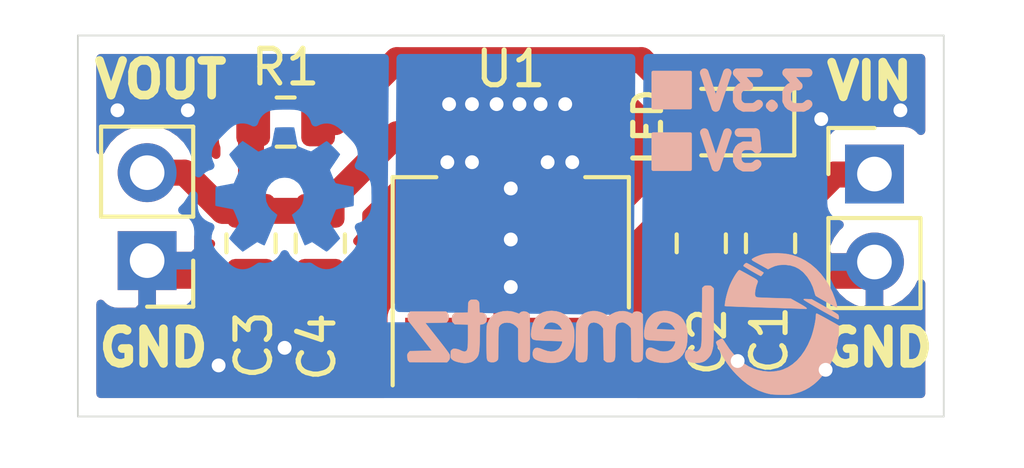
<source format=kicad_pcb>
(kicad_pcb (version 20171130) (host pcbnew 5.1.5-52549c5~86~ubuntu16.04.1)

  (general
    (thickness 1.6)
    (drawings 13)
    (tracks 57)
    (zones 0)
    (modules 11)
    (nets 5)
  )

  (page A4)
  (title_block
    (title "AMS1117 5V/3.3V Stepdown Power Supply Module")
    (date 2020-11-09)
    (rev V1.0)
    (company "Elementz Engineers Guild Pvt Ltd")
    (comment 1 "Verified by : Jerryl")
    (comment 2 "Drawn by : Arun M G")
  )

  (layers
    (0 F.Cu signal)
    (31 B.Cu signal)
    (32 B.Adhes user)
    (33 F.Adhes user)
    (34 B.Paste user)
    (35 F.Paste user)
    (36 B.SilkS user)
    (37 F.SilkS user)
    (38 B.Mask user)
    (39 F.Mask user)
    (40 Dwgs.User user)
    (41 Cmts.User user)
    (42 Eco1.User user)
    (43 Eco2.User user)
    (44 Edge.Cuts user)
    (45 Margin user)
    (46 B.CrtYd user)
    (47 F.CrtYd user)
    (48 B.Fab user hide)
    (49 F.Fab user hide)
  )

  (setup
    (last_trace_width 0.25)
    (user_trace_width 0.5)
    (user_trace_width 0.75)
    (user_trace_width 1)
    (trace_clearance 0.2)
    (zone_clearance 0.508)
    (zone_45_only no)
    (trace_min 0.2)
    (via_size 0.8)
    (via_drill 0.4)
    (via_min_size 0.4)
    (via_min_drill 0.3)
    (uvia_size 0.3)
    (uvia_drill 0.1)
    (uvias_allowed no)
    (uvia_min_size 0.2)
    (uvia_min_drill 0.1)
    (edge_width 0.05)
    (segment_width 0.2)
    (pcb_text_width 0.3)
    (pcb_text_size 1.5 1.5)
    (mod_edge_width 0.12)
    (mod_text_size 1 1)
    (mod_text_width 0.15)
    (pad_size 1.524 1.524)
    (pad_drill 0.762)
    (pad_to_mask_clearance 0.051)
    (solder_mask_min_width 0.25)
    (aux_axis_origin 0 0)
    (visible_elements FFFFFF7F)
    (pcbplotparams
      (layerselection 0x010ff_ffffffff)
      (usegerberextensions false)
      (usegerberattributes false)
      (usegerberadvancedattributes false)
      (creategerberjobfile false)
      (excludeedgelayer true)
      (linewidth 0.100000)
      (plotframeref false)
      (viasonmask false)
      (mode 1)
      (useauxorigin false)
      (hpglpennumber 1)
      (hpglpenspeed 20)
      (hpglpendiameter 15.000000)
      (psnegative false)
      (psa4output false)
      (plotreference true)
      (plotvalue false)
      (plotinvisibletext false)
      (padsonsilk false)
      (subtractmaskfromsilk false)
      (outputformat 1)
      (mirror false)
      (drillshape 0)
      (scaleselection 1)
      (outputdirectory "Gerber"))
  )

  (net 0 "")
  (net 1 GND)
  (net 2 "Net-(C1-Pad1)")
  (net 3 "Net-(C3-Pad1)")
  (net 4 "Net-(D1-Pad2)")

  (net_class Default "This is the default net class."
    (clearance 0.2)
    (trace_width 0.25)
    (via_dia 0.8)
    (via_drill 0.4)
    (uvia_dia 0.3)
    (uvia_drill 0.1)
    (add_net GND)
    (add_net "Net-(C1-Pad1)")
    (add_net "Net-(C3-Pad1)")
    (add_net "Net-(D1-Pad2)")
  )

  (module OSHW-logo:OSHW-logo_copper-back_4mm (layer B.Cu) (tedit 0) (tstamp 5FA99F4C)
    (at 139.7 91.186 180)
    (fp_text reference G*** (at 0 -2.1209) (layer B.SilkS) hide
      (effects (font (size 0.18034 0.18034) (thickness 0.03556)) (justify mirror))
    )
    (fp_text value OSHW-logo_copper-back_4mm (at 0 2.1209) (layer B.SilkS) hide
      (effects (font (size 0.18034 0.18034) (thickness 0.03556)) (justify mirror))
    )
    (fp_poly (pts (xy 1.21158 -1.79578) (xy 1.19126 -1.78562) (xy 1.143 -1.75514) (xy 1.07696 -1.71196)
      (xy 0.99822 -1.65862) (xy 0.91948 -1.60528) (xy 0.85344 -1.5621) (xy 0.80772 -1.53162)
      (xy 0.78994 -1.52146) (xy 0.77978 -1.524) (xy 0.74168 -1.54432) (xy 0.6858 -1.57226)
      (xy 0.65532 -1.5875) (xy 0.60452 -1.61036) (xy 0.57912 -1.61544) (xy 0.57658 -1.60782)
      (xy 0.55626 -1.56972) (xy 0.52832 -1.50368) (xy 0.49022 -1.41732) (xy 0.44704 -1.31572)
      (xy 0.40132 -1.2065) (xy 0.3556 -1.09474) (xy 0.30988 -0.98806) (xy 0.27178 -0.89154)
      (xy 0.23876 -0.81534) (xy 0.21844 -0.75946) (xy 0.21082 -0.7366) (xy 0.21336 -0.73152)
      (xy 0.23876 -0.70866) (xy 0.28194 -0.67564) (xy 0.37846 -0.5969) (xy 0.4699 -0.48006)
      (xy 0.52832 -0.34798) (xy 0.5461 -0.20066) (xy 0.53086 -0.06604) (xy 0.47752 0.0635)
      (xy 0.38608 0.18288) (xy 0.27432 0.26924) (xy 0.14478 0.32512) (xy 0 0.3429)
      (xy -0.1397 0.32766) (xy -0.27178 0.27432) (xy -0.39116 0.18542) (xy -0.43942 0.127)
      (xy -0.508 0.00762) (xy -0.54864 -0.11938) (xy -0.55118 -0.14986) (xy -0.5461 -0.2921)
      (xy -0.50546 -0.42672) (xy -0.4318 -0.5461) (xy -0.32766 -0.64516) (xy -0.31496 -0.65532)
      (xy -0.2667 -0.69088) (xy -0.23622 -0.71374) (xy -0.21082 -0.73406) (xy -0.38862 -1.16586)
      (xy -0.41656 -1.23444) (xy -0.46736 -1.35128) (xy -0.51054 -1.45288) (xy -0.54356 -1.53416)
      (xy -0.56896 -1.5875) (xy -0.57912 -1.61036) (xy -0.59436 -1.6129) (xy -0.62738 -1.6002)
      (xy -0.68834 -1.57226) (xy -0.72898 -1.55194) (xy -0.7747 -1.52908) (xy -0.79502 -1.52146)
      (xy -0.8128 -1.53162) (xy -0.85598 -1.55956) (xy -0.91948 -1.60274) (xy -0.99568 -1.65354)
      (xy -1.06934 -1.70434) (xy -1.13792 -1.75006) (xy -1.18618 -1.78054) (xy -1.21158 -1.79324)
      (xy -1.21412 -1.79324) (xy -1.23444 -1.78054) (xy -1.27508 -1.75006) (xy -1.3335 -1.69418)
      (xy -1.41478 -1.6129) (xy -1.42748 -1.6002) (xy -1.49606 -1.52908) (xy -1.55194 -1.47066)
      (xy -1.59004 -1.43002) (xy -1.60274 -1.41224) (xy -1.59004 -1.38684) (xy -1.55956 -1.33858)
      (xy -1.51384 -1.27) (xy -1.4605 -1.19126) (xy -1.31826 -0.98298) (xy -1.397 -0.7874)
      (xy -1.41986 -0.72898) (xy -1.45034 -0.65532) (xy -1.4732 -0.60452) (xy -1.4859 -0.58166)
      (xy -1.50622 -0.57404) (xy -1.55956 -0.56134) (xy -1.6383 -0.54356) (xy -1.72974 -0.52832)
      (xy -1.81864 -0.51054) (xy -1.89738 -0.4953) (xy -1.9558 -0.48514) (xy -1.9812 -0.48006)
      (xy -1.98628 -0.47498) (xy -1.99136 -0.46228) (xy -1.99644 -0.43688) (xy -1.99644 -0.38862)
      (xy -1.99898 -0.31242) (xy -1.99898 -0.20066) (xy -1.99898 -0.1905) (xy -1.99644 -0.08382)
      (xy -1.99644 0) (xy -1.9939 0.05334) (xy -1.98882 0.07366) (xy -1.96342 0.08128)
      (xy -1.90754 0.09144) (xy -1.8288 0.10922) (xy -1.73228 0.127) (xy -1.7272 0.127)
      (xy -1.63322 0.14478) (xy -1.55448 0.16256) (xy -1.4986 0.17526) (xy -1.47574 0.18288)
      (xy -1.47066 0.18796) (xy -1.45034 0.22606) (xy -1.4224 0.28448) (xy -1.39192 0.3556)
      (xy -1.36144 0.42926) (xy -1.3335 0.49784) (xy -1.31572 0.5461) (xy -1.31064 0.56896)
      (xy -1.32588 0.59182) (xy -1.3589 0.64262) (xy -1.40462 0.70866) (xy -1.4605 0.78994)
      (xy -1.46304 0.79756) (xy -1.51892 0.8763) (xy -1.5621 0.94488) (xy -1.59258 0.99314)
      (xy -1.60274 1.01346) (xy -1.60274 1.016) (xy -1.58496 1.03886) (xy -1.54432 1.08458)
      (xy -1.4859 1.14554) (xy -1.41478 1.21666) (xy -1.39192 1.23698) (xy -1.31572 1.31318)
      (xy -1.26238 1.36398) (xy -1.22682 1.38938) (xy -1.21158 1.397) (xy -1.21158 1.39446)
      (xy -1.18618 1.38176) (xy -1.13538 1.34874) (xy -1.0668 1.30048) (xy -0.98552 1.24714)
      (xy -0.98044 1.24206) (xy -0.9017 1.18872) (xy -0.83566 1.143) (xy -0.7874 1.11252)
      (xy -0.76708 1.09982) (xy -0.762 1.09982) (xy -0.73152 1.10998) (xy -0.6731 1.12776)
      (xy -0.60452 1.1557) (xy -0.53086 1.18618) (xy -0.46228 1.21412) (xy -0.41148 1.23698)
      (xy -0.38862 1.24968) (xy -0.38862 1.25222) (xy -0.37846 1.28016) (xy -0.36576 1.34112)
      (xy -0.34798 1.4224) (xy -0.3302 1.52146) (xy -0.32766 1.5367) (xy -0.30988 1.63068)
      (xy -0.29464 1.70942) (xy -0.28194 1.7653) (xy -0.27686 1.78816) (xy -0.26416 1.7907)
      (xy -0.2159 1.79324) (xy -0.14478 1.79578) (xy -0.05842 1.79578) (xy 0.03048 1.79578)
      (xy 0.11684 1.79324) (xy 0.19304 1.7907) (xy 0.24638 1.78816) (xy 0.26924 1.78308)
      (xy 0.27178 1.78054) (xy 0.2794 1.7526) (xy 0.2921 1.69164) (xy 0.30988 1.61036)
      (xy 0.32766 1.5113) (xy 0.3302 1.49352) (xy 0.34798 1.39954) (xy 0.36576 1.3208)
      (xy 0.37592 1.26746) (xy 0.38354 1.24714) (xy 0.39116 1.24206) (xy 0.42926 1.22428)
      (xy 0.49276 1.19888) (xy 0.57404 1.16586) (xy 0.75692 1.0922) (xy 0.98044 1.24714)
      (xy 1.00076 1.25984) (xy 1.08204 1.31572) (xy 1.14808 1.3589) (xy 1.1938 1.38938)
      (xy 1.21412 1.39954) (xy 1.23698 1.37922) (xy 1.2827 1.33858) (xy 1.34366 1.27762)
      (xy 1.41224 1.20904) (xy 1.46558 1.1557) (xy 1.52654 1.0922) (xy 1.56718 1.05156)
      (xy 1.5875 1.02362) (xy 1.59512 1.00584) (xy 1.59258 0.99568) (xy 1.57988 0.97282)
      (xy 1.54686 0.92456) (xy 1.50114 0.85598) (xy 1.44526 0.77724) (xy 1.39954 0.70866)
      (xy 1.35128 0.635) (xy 1.3208 0.58166) (xy 1.3081 0.55372) (xy 1.31064 0.54356)
      (xy 1.32842 0.50038) (xy 1.35382 0.4318) (xy 1.38684 0.35306) (xy 1.46558 0.17526)
      (xy 1.58242 0.15494) (xy 1.65354 0.1397) (xy 1.7526 0.12192) (xy 1.84658 0.10414)
      (xy 1.9939 0.07366) (xy 1.99898 -0.46482) (xy 1.97612 -0.47498) (xy 1.95326 -0.4826)
      (xy 1.89992 -0.49276) (xy 1.82118 -0.508) (xy 1.72974 -0.52578) (xy 1.651 -0.54102)
      (xy 1.57226 -0.55626) (xy 1.51638 -0.56642) (xy 1.49098 -0.5715) (xy 1.48336 -0.58166)
      (xy 1.46304 -0.61976) (xy 1.4351 -0.68072) (xy 1.40462 -0.75438) (xy 1.37414 -0.82804)
      (xy 1.3462 -0.89916) (xy 1.32588 -0.9525) (xy 1.31826 -0.98044) (xy 1.32842 -1.00076)
      (xy 1.3589 -1.04648) (xy 1.40208 -1.11252) (xy 1.45542 -1.19126) (xy 1.5113 -1.27)
      (xy 1.55448 -1.33858) (xy 1.5875 -1.38684) (xy 1.6002 -1.40716) (xy 1.59258 -1.4224)
      (xy 1.5621 -1.4605) (xy 1.50368 -1.52146) (xy 1.41478 -1.61036) (xy 1.39954 -1.62306)
      (xy 1.33096 -1.69164) (xy 1.27 -1.74498) (xy 1.22936 -1.78308) (xy 1.21158 -1.79578)) (layer B.Cu) (width 0.00254))
  )

  (module Logo:elementz_12.5*4.1 (layer B.Cu) (tedit 0) (tstamp 5F850565)
    (at 149.479 95.0722 180)
    (fp_text reference G*** (at 0 0) (layer B.SilkS) hide
      (effects (font (size 1.524 1.524) (thickness 0.3)) (justify mirror))
    )
    (fp_text value LOGO (at 0.75 0) (layer B.SilkS) hide
      (effects (font (size 1.524 1.524) (thickness 0.3)) (justify mirror))
    )
    (fp_poly (pts (xy -3.537846 1.75765) (xy -3.511072 1.738307) (xy -3.486219 1.712775) (xy -3.471166 1.688559)
      (xy -3.469876 1.678718) (xy -3.481132 1.668987) (xy -3.510746 1.649141) (xy -3.554882 1.621421)
      (xy -3.609707 1.588067) (xy -3.671384 1.551319) (xy -3.73608 1.513418) (xy -3.799959 1.476605)
      (xy -3.859187 1.443119) (xy -3.909928 1.415202) (xy -3.948348 1.395093) (xy -3.970611 1.385034)
      (xy -3.97381 1.384301) (xy -3.98565 1.393332) (xy -4.006516 1.416083) (xy -4.016375 1.428072)
      (xy -4.037694 1.457079) (xy -4.050055 1.478325) (xy -4.0513 1.482775) (xy -4.040796 1.491448)
      (xy -4.01186 1.510085) (xy -3.968357 1.536484) (xy -3.914154 1.568444) (xy -3.853116 1.603763)
      (xy -3.789108 1.640242) (xy -3.725997 1.675677) (xy -3.667648 1.707869) (xy -3.617927 1.734615)
      (xy -3.580699 1.753715) (xy -3.55983 1.762967) (xy -3.558662 1.763299) (xy -3.537846 1.75765)) (layer B.SilkS) (width 0.01))
    (fp_poly (pts (xy -4.345905 2.041626) (xy -4.258465 2.039159) (xy -4.191022 2.036189) (xy -4.138175 2.032099)
      (xy -4.094521 2.026272) (xy -4.054659 2.018095) (xy -4.013186 2.006951) (xy -3.995492 2.001693)
      (xy -3.925375 1.97845) (xy -3.858578 1.952614) (xy -3.799447 1.926248) (xy -3.752326 1.901419)
      (xy -3.721559 1.880189) (xy -3.711554 1.866779) (xy -3.719253 1.848642) (xy -3.742715 1.82844)
      (xy -3.748138 1.825178) (xy -3.772341 1.811558) (xy -3.814145 1.788105) (xy -3.868983 1.757381)
      (xy -3.932284 1.721945) (xy -3.983611 1.693232) (xy -4.179003 1.583959) (xy -4.266883 1.629165)
      (xy -4.376863 1.675666) (xy -4.491369 1.703071) (xy -4.616429 1.712557) (xy -4.685066 1.710935)
      (xy -4.827467 1.692986) (xy -4.956308 1.654102) (xy -5.073602 1.593415) (xy -5.181359 1.510058)
      (xy -5.206669 1.485946) (xy -5.313799 1.362541) (xy -5.403726 1.222524) (xy -5.474302 1.069742)
      (xy -5.518864 0.9271) (xy -5.53175 0.879538) (xy -5.5444 0.841016) (xy -5.55438 0.818811)
      (xy -5.555601 0.81722) (xy -5.571061 0.806115) (xy -5.604886 0.785257) (xy -5.653457 0.756657)
      (xy -5.713154 0.722326) (xy -5.780356 0.684276) (xy -5.851443 0.644518) (xy -5.922795 0.605064)
      (xy -5.990792 0.567925) (xy -6.051814 0.535112) (xy -6.102241 0.508637) (xy -6.138452 0.490512)
      (xy -6.156827 0.482747) (xy -6.157835 0.4826) (xy -6.168556 0.488865) (xy -6.170178 0.511116)
      (xy -6.167244 0.533896) (xy -6.159805 0.567236) (xy -6.146138 0.617074) (xy -6.128381 0.675924)
      (xy -6.11375 0.721221) (xy -6.036445 0.920307) (xy -5.941162 1.109397) (xy -5.829726 1.286319)
      (xy -5.703957 1.448904) (xy -5.565677 1.594979) (xy -5.416709 1.722374) (xy -5.258875 1.828919)
      (xy -5.125548 1.898552) (xy -4.997203 1.951787) (xy -4.87265 1.991714) (xy -4.745976 2.019418)
      (xy -4.611267 2.035983) (xy -4.462612 2.042496) (xy -4.345905 2.041626)) (layer B.SilkS) (width 0.01))
    (fp_poly (pts (xy -3.338441 1.552254) (xy -3.31108 1.525105) (xy -3.277277 1.481591) (xy -3.23912 1.425067)
      (xy -3.198699 1.358888) (xy -3.1581 1.286408) (xy -3.119414 1.210982) (xy -3.084728 1.135964)
      (xy -3.067203 1.093802) (xy -3.036808 1.00963) (xy -3.007184 0.914303) (xy -2.980349 0.815517)
      (xy -2.958323 0.720965) (xy -2.943125 0.638341) (xy -2.938763 0.604353) (xy -2.930403 0.522751)
      (xy -2.986027 0.515952) (xy -3.007083 0.514528) (xy -3.051536 0.512426) (xy -3.117394 0.509717)
      (xy -3.202667 0.506471) (xy -3.305361 0.502757) (xy -3.423485 0.498646) (xy -3.555048 0.494207)
      (xy -3.698058 0.48951) (xy -3.850522 0.484624) (xy -4.01045 0.479621) (xy -4.1021 0.476806)
      (xy -4.265642 0.471778) (xy -4.423062 0.46686) (xy -4.572342 0.462121) (xy -4.711463 0.457628)
      (xy -4.838407 0.453448) (xy -4.951155 0.449649) (xy -5.047689 0.4463) (xy -5.125991 0.443466)
      (xy -5.184041 0.441217) (xy -5.219821 0.43962) (xy -5.229225 0.439048) (xy -5.268663 0.437089)
      (xy -5.288838 0.440423) (xy -5.295589 0.450442) (xy -5.295869 0.454943) (xy -5.285288 0.469147)
      (xy -5.253293 0.493262) (xy -5.199463 0.527563) (xy -5.12338 0.572322) (xy -5.06367 0.606104)
      (xy -4.831503 0.735958) (xy -4.374727 0.749649) (xy -4.267718 0.752994) (xy -4.167306 0.756394)
      (xy -4.076677 0.759723) (xy -3.999018 0.762851) (xy -3.937512 0.765652) (xy -3.895348 0.767998)
      (xy -3.876579 0.769614) (xy -3.838354 0.781259) (xy -3.814076 0.804567) (xy -3.802429 0.842859)
      (xy -3.802095 0.899456) (xy -3.806984 0.945131) (xy -3.817555 1.006778) (xy -3.832152 1.070206)
      (xy -3.847733 1.122307) (xy -3.848721 1.125028) (xy -3.864748 1.167182) (xy -3.876225 1.200013)
      (xy -3.881075 1.226244) (xy -3.877221 1.248598) (xy -3.862586 1.269798) (xy -3.835093 1.292568)
      (xy -3.792665 1.319631) (xy -3.733225 1.353711) (xy -3.654695 1.39753) (xy -3.630594 1.411023)
      (xy -3.556623 1.452332) (xy -3.489609 1.489387) (xy -3.432864 1.520386) (xy -3.389701 1.543527)
      (xy -3.363435 1.557008) (xy -3.35727 1.559684) (xy -3.338441 1.552254)) (layer B.SilkS) (width 0.01))
    (fp_poly (pts (xy -5.214861 0.720724) (xy -5.208476 0.714007) (xy -5.208898 0.70557) (xy -5.220495 0.695225)
      (xy -5.251625 0.674246) (xy -5.299543 0.644197) (xy -5.361505 0.606644) (xy -5.434764 0.563149)
      (xy -5.516576 0.51528) (xy -5.604196 0.4646) (xy -5.694878 0.412674) (xy -5.785878 0.361067)
      (xy -5.874449 0.311343) (xy -5.957848 0.265068) (xy -6.033329 0.223807) (xy -6.098146 0.189124)
      (xy -6.149555 0.162583) (xy -6.18481 0.145751) (xy -6.200775 0.140178) (xy -6.215916 0.145734)
      (xy -6.222166 0.167211) (xy -6.222813 0.187325) (xy -6.218454 0.227679) (xy -6.208091 0.261958)
      (xy -6.206938 0.264236) (xy -6.190739 0.279472) (xy -6.152955 0.305798) (xy -6.094554 0.342621)
      (xy -6.016505 0.389347) (xy -5.919775 0.445382) (xy -5.8166 0.503812) (xy -5.44195 0.714102)
      (xy -5.323198 0.720798) (xy -5.267739 0.723522) (xy -5.233121 0.723696) (xy -5.214861 0.720724)) (layer B.SilkS) (width 0.01))
    (fp_poly (pts (xy 6.187279 0.318978) (xy 6.20796 0.293786) (xy 6.218913 0.27117) (xy 6.222506 0.242148)
      (xy 6.22111 0.197738) (xy 6.22078 0.191978) (xy 6.215886 0.10795) (xy 5.526698 -0.76835)
      (xy 5.844162 -0.7747) (xy 6.161627 -0.78105) (xy 6.2 -0.824022) (xy 6.220337 -0.848696)
      (xy 6.23132 -0.870808) (xy 6.235172 -0.899011) (xy 6.234115 -0.941959) (xy 6.233443 -0.954263)
      (xy 6.228687 -1.006168) (xy 6.220127 -1.040256) (xy 6.205589 -1.064057) (xy 6.200013 -1.070041)
      (xy 6.171515 -1.09855) (xy 5.632749 -1.102119) (xy 5.093983 -1.105689) (xy 5.0548 -1.070369)
      (xy 5.019659 -1.022115) (xy 5.004791 -0.960324) (xy 5.009086 -0.896552) (xy 5.016182 -0.878623)
      (xy 5.0333 -0.849513) (xy 5.06136 -0.807965) (xy 5.101284 -0.752723) (xy 5.153993 -0.682534)
      (xy 5.220408 -0.596141) (xy 5.301452 -0.49229) (xy 5.366169 -0.410067) (xy 5.714872 0.03175)
      (xy 5.103152 0.04445) (xy 5.072526 0.080084) (xy 5.054881 0.105231) (xy 5.045531 0.13414)
      (xy 5.042124 0.175812) (xy 5.0419 0.197358) (xy 5.043303 0.244703) (xy 5.049416 0.276195)
      (xy 5.063092 0.301312) (xy 5.078958 0.320475) (xy 5.116016 0.36195) (xy 6.148883 0.36195)
      (xy 6.187279 0.318978)) (layer B.SilkS) (width 0.01))
    (fp_poly (pts (xy 3.473137 0.368897) (xy 3.601163 0.338007) (xy 3.6957 0.29799) (xy 3.777034 0.244742)
      (xy 3.841893 0.175992) (xy 3.892421 0.088997) (xy 3.923148 0.00709) (xy 3.930214 -0.017171)
      (xy 3.935906 -0.041417) (xy 3.940372 -0.068623) (xy 3.94376 -0.101765) (xy 3.946217 -0.143817)
      (xy 3.94789 -0.197754) (xy 3.948926 -0.266549) (xy 3.949473 -0.353178) (xy 3.949679 -0.460616)
      (xy 3.9497 -0.528795) (xy 3.949558 -0.657334) (xy 3.948911 -0.762946) (xy 3.947427 -0.848105)
      (xy 3.944776 -0.915283) (xy 3.940624 -0.966954) (xy 3.934642 -1.005591) (xy 3.926497 -1.033667)
      (xy 3.915858 -1.053654) (xy 3.902393 -1.068026) (xy 3.88577 -1.079257) (xy 3.875131 -1.085006)
      (xy 3.821093 -1.102325) (xy 3.7624 -1.104201) (xy 3.705714 -1.092285) (xy 3.657696 -1.068231)
      (xy 3.625009 -1.03369) (xy 3.619183 -1.021517) (xy 3.616007 -1.000522) (xy 3.613183 -0.956869)
      (xy 3.610784 -0.8933) (xy 3.608885 -0.812556) (xy 3.607558 -0.717377) (xy 3.606876 -0.610505)
      (xy 3.6068 -0.558799) (xy 3.606379 -0.428436) (xy 3.605141 -0.317433) (xy 3.603123 -0.227026)
      (xy 3.600359 -0.158449) (xy 3.596886 -0.112937) (xy 3.593254 -0.092901) (xy 3.557904 -0.031772)
      (xy 3.50493 0.011281) (xy 3.434148 0.036366) (xy 3.35915 0.043646) (xy 3.263167 0.032524)
      (xy 3.17549 -0.001665) (xy 3.09948 -0.057469) (xy 3.080886 -0.076614) (xy 3.0353 -0.127073)
      (xy 3.0353 -0.558009) (xy 3.034936 -0.669431) (xy 3.033895 -0.770388) (xy 3.032249 -0.858145)
      (xy 3.030072 -0.929966) (xy 3.027435 -0.983116) (xy 3.024414 -1.014861) (xy 3.022916 -1.021517)
      (xy 2.996088 -1.059045) (xy 2.952096 -1.086424) (xy 2.89767 -1.102127) (xy 2.83954 -1.104623)
      (xy 2.784435 -1.092386) (xy 2.761237 -1.080954) (xy 2.72968 -1.053913) (xy 2.70738 -1.021474)
      (xy 2.706912 -1.020375) (xy 2.703212 -1.004118) (xy 2.700194 -0.973876) (xy 2.697833 -0.928096)
      (xy 2.696101 -0.86523) (xy 2.69497 -0.783728) (xy 2.694414 -0.682039) (xy 2.694405 -0.558614)
      (xy 2.694917 -0.411903) (xy 2.695224 -0.352948) (xy 2.69875 0.27775) (xy 2.735579 0.316183)
      (xy 2.778274 0.345933) (xy 2.831349 0.362003) (xy 2.887456 0.364364) (xy 2.939249 0.352994)
      (xy 2.979381 0.327865) (xy 2.988461 0.317056) (xy 2.998769 0.304622) (xy 3.011119 0.300416)
      (xy 3.032102 0.304891) (xy 3.068311 0.318503) (xy 3.080576 0.323411) (xy 3.208691 0.36177)
      (xy 3.340929 0.376875) (xy 3.473137 0.368897)) (layer B.SilkS) (width 0.01))
    (fp_poly (pts (xy 1.00757 0.355986) (xy 1.11191 0.3179) (xy 1.199011 0.261669) (xy 1.269662 0.186752)
      (xy 1.324652 0.092606) (xy 1.335608 0.067086) (xy 1.34304 0.048045) (xy 1.349135 0.029528)
      (xy 1.354049 0.008861) (xy 1.357934 -0.016626) (xy 1.360946 -0.049606) (xy 1.363238 -0.09275)
      (xy 1.364964 -0.148731) (xy 1.366277 -0.22022) (xy 1.367333 -0.309889) (xy 1.368285 -0.42041)
      (xy 1.368974 -0.511895) (xy 1.372698 -1.017441) (xy 1.328969 -1.06117) (xy 1.300625 -1.086763)
      (xy 1.274817 -1.099821) (xy 1.240697 -1.104454) (xy 1.213489 -1.1049) (xy 1.163856 -1.101165)
      (xy 1.119685 -1.091533) (xy 1.103268 -1.085006) (xy 1.084632 -1.07435) (xy 1.069386 -1.061864)
      (xy 1.057189 -1.045052) (xy 1.047702 -1.021421) (xy 1.040588 -0.988476) (xy 1.035506 -0.943724)
      (xy 1.032118 -0.884669) (xy 1.030084 -0.808817) (xy 1.029066 -0.713675) (xy 1.028723 -0.596748)
      (xy 1.0287 -0.536498) (xy 1.028655 -0.418726) (xy 1.028416 -0.323541) (xy 1.02782 -0.24813)
      (xy 1.026705 -0.189679) (xy 1.024912 -0.145376) (xy 1.022279 -0.112407) (xy 1.018645 -0.087959)
      (xy 1.013848 -0.06922) (xy 1.007728 -0.053376) (xy 1.000125 -0.037615) (xy 0.975385 0.00216)
      (xy 0.946011 0.025884) (xy 0.920287 0.036774) (xy 0.851433 0.047851) (xy 0.779207 0.037441)
      (xy 0.709331 0.007771) (xy 0.647526 -0.03893) (xy 0.6096 -0.084252) (xy 0.57785 -0.13142)
      (xy 0.5715 -0.581119) (xy 0.56515 -1.030819) (xy 0.523674 -1.067859) (xy 0.494128 -1.090414)
      (xy 0.464126 -1.101494) (xy 0.422404 -1.104832) (xy 0.411918 -1.1049) (xy 0.36365 -1.101175)
      (xy 0.319989 -1.091648) (xy 0.303168 -1.085006) (xy 0.284477 -1.074307) (xy 0.269195 -1.061755)
      (xy 0.256981 -1.044845) (xy 0.247492 -1.021075) (xy 0.240387 -0.987941) (xy 0.235321 -0.94294)
      (xy 0.231954 -0.883568) (xy 0.229943 -0.807322) (xy 0.228945 -0.711698) (xy 0.228619 -0.594194)
      (xy 0.2286 -0.53975) (xy 0.228481 -0.41516) (xy 0.227911 -0.313295) (xy 0.226563 -0.231481)
      (xy 0.224115 -0.167042) (xy 0.220242 -0.117305) (xy 0.21462 -0.079594) (xy 0.206925 -0.051235)
      (xy 0.196832 -0.029552) (xy 0.184018 -0.011873) (xy 0.168157 0.004479) (xy 0.161936 0.010283)
      (xy 0.121298 0.034151) (xy 0.061917 0.04641) (xy 0.061875 0.046415) (xy 0.017586 0.048463)
      (xy -0.018468 0.04233) (xy -0.058832 0.025326) (xy -0.074834 0.017082) (xy -0.120533 -0.011963)
      (xy -0.163205 -0.047115) (xy -0.182784 -0.067826) (xy -0.22225 -0.116602) (xy -0.23495 -1.030822)
      (xy -0.276426 -1.067861) (xy -0.305099 -1.089944) (xy -0.333967 -1.101059) (xy -0.373817 -1.104697)
      (xy -0.390726 -1.104852) (xy -0.457466 -1.098388) (xy -0.504134 -1.080059) (xy -0.543226 -1.041902)
      (xy -0.558802 -1.007082) (xy -0.562474 -0.983014) (xy -0.565399 -0.938054) (xy -0.567589 -0.871474)
      (xy -0.569055 -0.782549) (xy -0.569809 -0.670553) (xy -0.56986 -0.534759) (xy -0.569221 -0.37444)
      (xy -0.569019 -0.340549) (xy -0.56515 0.277751) (xy -0.528321 0.316183) (xy -0.486971 0.345066)
      (xy -0.435244 0.36122) (xy -0.380322 0.364613) (xy -0.329388 0.355214) (xy -0.289626 0.33299)
      (xy -0.276322 0.317291) (xy -0.265751 0.30347) (xy -0.252932 0.301187) (xy -0.229619 0.310613)
      (xy -0.213732 0.318607) (xy -0.108056 0.358681) (xy 0.003281 0.375316) (xy 0.116894 0.368809)
      (xy 0.2294 0.339455) (xy 0.337413 0.28755) (xy 0.368303 0.267716) (xy 0.407128 0.241829)
      (xy 0.431064 0.228891) (xy 0.44599 0.227223) (xy 0.457782 0.235146) (xy 0.462987 0.240679)
      (xy 0.50972 0.27863) (xy 0.575095 0.313321) (xy 0.652378 0.342586) (xy 0.734835 0.36426)
      (xy 0.815732 0.376177) (xy 0.885201 0.376469) (xy 1.00757 0.355986)) (layer B.SilkS) (width 0.01))
    (fp_poly (pts (xy 4.366501 0.703804) (xy 4.397832 0.69911) (xy 4.420189 0.688433) (xy 4.441536 0.669672)
      (xy 4.456529 0.653511) (xy 4.466696 0.637018) (xy 4.47316 0.61489) (xy 4.477045 0.581825)
      (xy 4.479472 0.532519) (xy 4.480962 0.483491) (xy 4.485174 0.332488) (xy 4.674414 0.328169)
      (xy 4.863653 0.32385) (xy 4.905151 0.282331) (xy 4.927977 0.257263) (xy 4.940443 0.234028)
      (xy 4.945637 0.203427) (xy 4.94665 0.15875) (xy 4.945522 0.112484) (xy 4.940079 0.082388)
      (xy 4.927231 0.059264) (xy 4.905151 0.03517) (xy 4.863653 -0.00635) (xy 4.673376 -0.010689)
      (xy 4.4831 -0.015029) (xy 4.48317 -0.340889) (xy 4.483596 -0.455304) (xy 4.485064 -0.547115)
      (xy 4.487941 -0.619111) (xy 4.492595 -0.674079) (xy 4.499393 -0.714809) (xy 4.508703 -0.744087)
      (xy 4.520893 -0.764702) (xy 4.536329 -0.779441) (xy 4.541455 -0.783007) (xy 4.573855 -0.794722)
      (xy 4.615414 -0.791372) (xy 4.669729 -0.772258) (xy 4.71805 -0.748712) (xy 4.761461 -0.73169)
      (xy 4.814148 -0.718701) (xy 4.839379 -0.715072) (xy 4.882541 -0.712383) (xy 4.910884 -0.716535)
      (xy 4.934596 -0.729912) (xy 4.947329 -0.740312) (xy 4.966029 -0.757962) (xy 4.977171 -0.77577)
      (xy 4.982703 -0.800703) (xy 4.984574 -0.839729) (xy 4.98475 -0.874177) (xy 4.983902 -0.92686)
      (xy 4.980231 -0.961419) (xy 4.972048 -0.985103) (xy 4.957662 -1.005163) (xy 4.953 -1.010351)
      (xy 4.910477 -1.045499) (xy 4.852392 -1.073832) (xy 4.775183 -1.096798) (xy 4.706146 -1.110755)
      (xy 4.64578 -1.120862) (xy 4.601784 -1.126408) (xy 4.565577 -1.127592) (xy 4.52858 -1.12461)
      (xy 4.482213 -1.117662) (xy 4.472981 -1.116134) (xy 4.395518 -1.09653) (xy 4.330974 -1.063206)
      (xy 4.275678 -1.017775) (xy 4.244196 -0.985933) (xy 4.218402 -0.95405) (xy 4.19768 -0.919211)
      (xy 4.181416 -0.878501) (xy 4.168993 -0.829002) (xy 4.159797 -0.767799) (xy 4.153213 -0.691976)
      (xy 4.148625 -0.598617) (xy 4.14542 -0.484806) (xy 4.143678 -0.391981) (xy 4.137487 -0.015612)
      (xy 4.077585 -0.007666) (xy 4.025625 0.005907) (xy 3.98547 0.034068) (xy 3.980516 0.039074)
      (xy 3.959782 0.063594) (xy 3.948574 0.08807) (xy 3.944055 0.121682) (xy 3.94335 0.15934)
      (xy 3.94457 0.20574) (xy 3.950181 0.235872) (xy 3.963106 0.258828) (xy 3.981979 0.279441)
      (xy 4.017835 0.30725) (xy 4.061198 0.322027) (xy 4.085728 0.325783) (xy 4.150848 0.333495)
      (xy 4.155049 0.483994) (xy 4.157122 0.548306) (xy 4.159845 0.592537) (xy 4.164347 0.622005)
      (xy 4.171755 0.642025) (xy 4.183197 0.657912) (xy 4.194463 0.669672) (xy 4.21601 0.688573)
      (xy 4.238414 0.69918) (xy 4.269872 0.703828) (xy 4.318 0.70485) (xy 4.366501 0.703804)) (layer B.SilkS) (width 0.01))
    (fp_poly (pts (xy 2.201658 0.370843) (xy 2.31393 0.340411) (xy 2.410865 0.289768) (xy 2.492406 0.218975)
      (xy 2.558492 0.128097) (xy 2.609065 0.017195) (xy 2.644066 -0.113668) (xy 2.661601 -0.241364)
      (xy 2.664812 -0.301273) (xy 2.66158 -0.34509) (xy 2.651196 -0.381467) (xy 2.649876 -0.384696)
      (xy 2.63961 -0.406556) (xy 2.627164 -0.424337) (xy 2.609891 -0.438569) (xy 2.585145 -0.449784)
      (xy 2.550277 -0.458513) (xy 2.502641 -0.465288) (xy 2.439588 -0.470637) (xy 2.358472 -0.475094)
      (xy 2.256645 -0.479189) (xy 2.162629 -0.482423) (xy 2.066684 -0.485598) (xy 1.978702 -0.488489)
      (xy 1.901962 -0.49099) (xy 1.83974 -0.492994) (xy 1.795316 -0.494395) (xy 1.771966 -0.495088)
      (xy 1.769498 -0.495142) (xy 1.760253 -0.505095) (xy 1.762565 -0.531118) (xy 1.77419 -0.567958)
      (xy 1.792882 -0.610363) (xy 1.816399 -0.653079) (xy 1.842494 -0.690853) (xy 1.862561 -0.712925)
      (xy 1.930298 -0.761665) (xy 2.006457 -0.789224) (xy 2.092398 -0.795648) (xy 2.18948 -0.78098)
      (xy 2.299063 -0.745268) (xy 2.338396 -0.728786) (xy 2.415678 -0.699399) (xy 2.477123 -0.686922)
      (xy 2.525702 -0.691192) (xy 2.564385 -0.712047) (xy 2.569061 -0.71617) (xy 2.596211 -0.756633)
      (xy 2.61156 -0.811299) (xy 2.614867 -0.871756) (xy 2.605892 -0.929591) (xy 2.584394 -0.976391)
      (xy 2.576756 -0.985679) (xy 2.531183 -1.020292) (xy 2.465247 -1.051567) (xy 2.383885 -1.078423)
      (xy 2.292034 -1.099778) (xy 2.194632 -1.114552) (xy 2.096614 -1.121663) (xy 2.002917 -1.120029)
      (xy 1.97485 -1.117505) (xy 1.846539 -1.092571) (xy 1.734102 -1.047815) (xy 1.63765 -0.983336)
      (xy 1.557297 -0.89923) (xy 1.493152 -0.795593) (xy 1.44533 -0.672524) (xy 1.440026 -0.65405)
      (xy 1.42773 -0.592383) (xy 1.4188 -0.51321) (xy 1.413401 -0.423872) (xy 1.411699 -0.331711)
      (xy 1.413863 -0.24407) (xy 1.420057 -0.168289) (xy 1.420239 -0.167209) (xy 1.763707 -0.167209)
      (xy 2.028028 -0.158183) (xy 2.107224 -0.155288) (xy 2.177408 -0.152359) (xy 2.234765 -0.149585)
      (xy 2.275479 -0.147156) (xy 2.295731 -0.14526) (xy 2.297234 -0.144836) (xy 2.296892 -0.130107)
      (xy 2.285932 -0.101863) (xy 2.268018 -0.067596) (xy 2.24681 -0.034798) (xy 2.237797 -0.023256)
      (xy 2.188993 0.02073) (xy 2.13118 0.044426) (xy 2.067555 0.050522) (xy 1.981885 0.038189)
      (xy 1.903623 0.003832) (xy 1.837502 -0.049682) (xy 1.78874 -0.118529) (xy 1.763707 -0.167209)
      (xy 1.420239 -0.167209) (xy 1.427949 -0.12147) (xy 1.469124 0.004408) (xy 1.529287 0.114034)
      (xy 1.607063 0.206338) (xy 1.701078 0.280252) (xy 1.809958 0.334708) (xy 1.93233 0.368637)
      (xy 2.066817 0.38097) (xy 2.07411 0.381) (xy 2.201658 0.370843)) (layer B.SilkS) (width 0.01))
    (fp_poly (pts (xy -1.064438 0.37023) (xy -0.969219 0.348238) (xy -0.888984 0.315094) (xy -0.882214 0.311278)
      (xy -0.830247 0.273437) (xy -0.775349 0.221106) (xy -0.725463 0.162751) (xy -0.68853 0.106836)
      (xy -0.686196 0.102377) (xy -0.658624 0.036889) (xy -0.635422 -0.040096) (xy -0.617475 -0.122621)
      (xy -0.605666 -0.204725) (xy -0.60088 -0.280452) (xy -0.603999 -0.343842) (xy -0.613962 -0.384632)
      (xy -0.624249 -0.406509) (xy -0.636706 -0.424303) (xy -0.65398 -0.438546) (xy -0.67872 -0.449769)
      (xy -0.713574 -0.458503) (xy -0.761189 -0.46528) (xy -0.824214 -0.470632) (xy -0.905296 -0.475089)
      (xy -1.007085 -0.479183) (xy -1.101271 -0.482423) (xy -1.197216 -0.485598) (xy -1.285198 -0.488489)
      (xy -1.361938 -0.49099) (xy -1.42416 -0.492994) (xy -1.468584 -0.494395) (xy -1.491934 -0.495088)
      (xy -1.494402 -0.495142) (xy -1.503647 -0.505095) (xy -1.501335 -0.531118) (xy -1.48971 -0.567958)
      (xy -1.471018 -0.610363) (xy -1.447501 -0.653079) (xy -1.421406 -0.690853) (xy -1.401339 -0.712925)
      (xy -1.351115 -0.752961) (xy -1.299942 -0.777619) (xy -1.23961 -0.789782) (xy -1.17475 -0.792447)
      (xy -1.121292 -0.790985) (xy -1.078556 -0.785468) (xy -1.036518 -0.773594) (xy -0.985151 -0.753059)
      (xy -0.9652 -0.744324) (xy -0.896125 -0.714323) (xy -0.845256 -0.694221) (xy -0.807886 -0.682958)
      (xy -0.77931 -0.679468) (xy -0.754822 -0.682688) (xy -0.730408 -0.691265) (xy -0.686041 -0.72267)
      (xy -0.659147 -0.772503) (xy -0.649732 -0.84075) (xy -0.651474 -0.880622) (xy -0.661627 -0.937747)
      (xy -0.68311 -0.979679) (xy -0.72061 -1.012416) (xy -0.776905 -1.041137) (xy -0.905304 -1.084918)
      (xy -1.044883 -1.112358) (xy -1.186298 -1.122078) (xy -1.28905 -1.116786) (xy -1.417439 -1.091704)
      (xy -1.530007 -1.046768) (xy -1.626485 -0.982205) (xy -1.706607 -0.89824) (xy -1.770102 -0.795099)
      (xy -1.816678 -0.6731) (xy -1.832284 -0.602307) (xy -1.843776 -0.5161) (xy -1.850893 -0.421691)
      (xy -1.853372 -0.326291) (xy -1.85095 -0.237111) (xy -1.84395 -0.167209) (xy -1.500193 -0.167209)
      (xy -1.235872 -0.158183) (xy -1.156762 -0.15534) (xy -1.086743 -0.152552) (xy -1.029609 -0.149993)
      (xy -0.989157 -0.147837) (xy -0.969182 -0.146256) (xy -0.967757 -0.145927) (xy -0.965789 -0.129025)
      (xy -0.977257 -0.098932) (xy -0.999042 -0.061725) (xy -1.028027 -0.023476) (xy -1.034222 -0.016448)
      (xy -1.065542 0.016332) (xy -1.09089 0.034656) (xy -1.120579 0.043562) (xy -1.16492 0.048089)
      (xy -1.166532 0.048206) (xy -1.256178 0.043285) (xy -1.337779 0.016473) (xy -1.407638 -0.030241)
      (xy -1.462052 -0.094871) (xy -1.474745 -0.117327) (xy -1.500193 -0.167209) (xy -1.84395 -0.167209)
      (xy -1.843364 -0.161363) (xy -1.83658 -0.126767) (xy -1.79434 0.002536) (xy -1.736859 0.111828)
      (xy -1.663179 0.202099) (xy -1.572341 0.274343) (xy -1.463387 0.329552) (xy -1.364962 0.361492)
      (xy -1.269812 0.377638) (xy -1.167136 0.38029) (xy -1.064438 0.37023)) (layer B.SilkS) (width 0.01))
    (fp_poly (pts (xy -2.389938 1.110207) (xy -2.358606 1.105521) (xy -2.336258 1.094859) (xy -2.314864 1.076051)
      (xy -2.27965 1.040851) (xy -2.27247 0.225151) (xy -2.270946 0.055821) (xy -2.269485 -0.090079)
      (xy -2.267957 -0.214522) (xy -2.26623 -0.319476) (xy -2.264174 -0.406913) (xy -2.261657 -0.478803)
      (xy -2.258548 -0.537117) (xy -2.254717 -0.583824) (xy -2.250033 -0.620896) (xy -2.244363 -0.650302)
      (xy -2.237578 -0.674014) (xy -2.229547 -0.694001) (xy -2.220137 -0.712235) (xy -2.209219 -0.730685)
      (xy -2.208878 -0.731244) (xy -2.173598 -0.770455) (xy -2.128571 -0.794915) (xy -2.097851 -0.8001)
      (xy -2.074736 -0.793271) (xy -2.041514 -0.776003) (xy -2.025678 -0.765907) (xy -1.970738 -0.739125)
      (xy -1.914521 -0.72967) (xy -1.863476 -0.737565) (xy -1.82405 -0.762833) (xy -1.821961 -0.765174)
      (xy -1.794181 -0.814591) (xy -1.781245 -0.875385) (xy -1.782962 -0.939365) (xy -1.79914 -0.998342)
      (xy -1.828465 -1.043018) (xy -1.873112 -1.0736) (xy -1.936237 -1.097948) (xy -2.011397 -1.114754)
      (xy -2.092152 -1.122706) (xy -2.172061 -1.120495) (xy -2.195226 -1.117606) (xy -2.274871 -1.101026)
      (xy -2.33866 -1.07541) (xy -2.395708 -1.03596) (xy -2.449816 -0.983601) (xy -2.493641 -0.933369)
      (xy -2.523 -0.88987) (xy -2.543455 -0.844219) (xy -2.550674 -0.822445) (xy -2.562208 -0.784641)
      (xy -2.572118 -0.750255) (xy -2.580529 -0.717093) (xy -2.587564 -0.682961) (xy -2.593347 -0.645667)
      (xy -2.598002 -0.603017) (xy -2.601654 -0.552816) (xy -2.604425 -0.492873) (xy -2.606442 -0.420992)
      (xy -2.607826 -0.334982) (xy -2.608702 -0.232647) (xy -2.609195 -0.111795) (xy -2.609428 0.029767)
      (xy -2.609525 0.194234) (xy -2.609535 0.218808) (xy -2.60985 1.028165) (xy -2.568331 1.069708)
      (xy -2.544368 1.091786) (xy -2.522356 1.104247) (xy -2.493765 1.109819) (xy -2.45007 1.111228)
      (xy -2.438445 1.11125) (xy -2.389938 1.110207)) (layer B.SilkS) (width 0.01))
    (fp_poly (pts (xy -5.56869 0.296747) (xy -5.563092 0.269816) (xy -5.562549 0.250825) (xy -5.558244 0.181069)
      (xy -5.54632 0.093495) (xy -5.528092 -0.005935) (xy -5.50488 -0.111264) (xy -5.478002 -0.216533)
      (xy -5.448774 -0.315781) (xy -5.418515 -0.40305) (xy -5.417206 -0.406455) (xy -5.33398 -0.596597)
      (xy -5.238721 -0.768053) (xy -5.132286 -0.919926) (xy -5.015528 -1.051321) (xy -4.889302 -1.16134)
      (xy -4.754464 -1.249086) (xy -4.611867 -1.313664) (xy -4.52755 -1.339734) (xy -4.367129 -1.36872)
      (xy -4.199556 -1.375369) (xy -4.029264 -1.359952) (xy -3.86068 -1.322737) (xy -3.7719 -1.293668)
      (xy -3.618125 -1.224094) (xy -3.468778 -1.130381) (xy -3.325003 -1.013574) (xy -3.187945 -0.874722)
      (xy -3.05875 -0.714872) (xy -2.938563 -0.53507) (xy -2.933863 -0.527319) (xy -2.904768 -0.481469)
      (xy -2.87907 -0.445172) (xy -2.860271 -0.423155) (xy -2.853473 -0.418741) (xy -2.835355 -0.424144)
      (xy -2.80206 -0.438675) (xy -2.760675 -0.459234) (xy -2.759183 -0.460016) (xy -2.711526 -0.487958)
      (xy -2.685935 -0.510609) (xy -2.679808 -0.526368) (xy -2.685616 -0.548736) (xy -2.70177 -0.589123)
      (xy -2.726202 -0.643387) (xy -2.756847 -0.707385) (xy -2.791639 -0.776974) (xy -2.828512 -0.848012)
      (xy -2.865402 -0.916355) (xy -2.900241 -0.977862) (xy -2.927126 -1.02235) (xy -3.005071 -1.140612)
      (xy -3.082355 -1.245673) (xy -3.165786 -1.34614) (xy -3.262171 -1.450621) (xy -3.282222 -1.471341)
      (xy -3.434359 -1.615981) (xy -3.58715 -1.73726) (xy -3.743749 -1.837096) (xy -3.907309 -1.917405)
      (xy -4.080985 -1.980103) (xy -4.1529 -2.000394) (xy -4.202809 -2.012877) (xy -4.247096 -2.022127)
      (xy -4.29132 -2.02871) (xy -4.341041 -2.033187) (xy -4.401818 -2.036122) (xy -4.479211 -2.038079)
      (xy -4.5339 -2.038987) (xy -4.612708 -2.039829) (xy -4.684522 -2.039976) (xy -4.744809 -2.03947)
      (xy -4.789034 -2.038348) (xy -4.81266 -2.036652) (xy -4.8133 -2.036537) (xy -4.976765 -1.999447)
      (xy -5.120902 -1.954163) (xy -5.251117 -1.898273) (xy -5.372816 -1.829362) (xy -5.491405 -1.745017)
      (xy -5.523376 -1.71946) (xy -5.620829 -1.630483) (xy -5.719738 -1.523063) (xy -5.815273 -1.40337)
      (xy -5.902602 -1.27757) (xy -5.976895 -1.151831) (xy -5.994356 -1.118166) (xy -6.071633 -0.942198)
      (xy -6.134791 -0.752806) (xy -6.182151 -0.556948) (xy -6.212035 -0.361583) (xy -6.222762 -0.173672)
      (xy -6.222768 -0.17143) (xy -6.223 -0.044411) (xy -5.911739 0.130195) (xy -5.830233 0.175551)
      (xy -5.755353 0.216523) (xy -5.690112 0.251517) (xy -5.637526 0.278941) (xy -5.600606 0.297199)
      (xy -5.582368 0.304699) (xy -5.581539 0.3048) (xy -5.56869 0.296747)) (layer B.SilkS) (width 0.01))
  )

  (module Package_TO_SOT_SMD:SOT-223-3_TabPin2 (layer F.Cu) (tedit 5A02FF57) (tstamp 5F846797)
    (at 146.231 92.741 90)
    (descr "module CMS SOT223 4 pins")
    (tags "CMS SOT")
    (path /5F840BD0)
    (attr smd)
    (fp_text reference U1 (at 5.0348 -0.0032 180) (layer F.SilkS)
      (effects (font (size 1 1) (thickness 0.15)))
    )
    (fp_text value AMS1117-3.3 (at 0 4.5 90) (layer F.Fab)
      (effects (font (size 1 1) (thickness 0.15)))
    )
    (fp_line (start 1.85 -3.35) (end 1.85 3.35) (layer F.Fab) (width 0.1))
    (fp_line (start -1.85 3.35) (end 1.85 3.35) (layer F.Fab) (width 0.1))
    (fp_line (start -4.1 -3.41) (end 1.91 -3.41) (layer F.SilkS) (width 0.12))
    (fp_line (start -0.85 -3.35) (end 1.85 -3.35) (layer F.Fab) (width 0.1))
    (fp_line (start -1.85 3.41) (end 1.91 3.41) (layer F.SilkS) (width 0.12))
    (fp_line (start -1.85 -2.35) (end -1.85 3.35) (layer F.Fab) (width 0.1))
    (fp_line (start -1.85 -2.35) (end -0.85 -3.35) (layer F.Fab) (width 0.1))
    (fp_line (start -4.4 -3.6) (end -4.4 3.6) (layer F.CrtYd) (width 0.05))
    (fp_line (start -4.4 3.6) (end 4.4 3.6) (layer F.CrtYd) (width 0.05))
    (fp_line (start 4.4 3.6) (end 4.4 -3.6) (layer F.CrtYd) (width 0.05))
    (fp_line (start 4.4 -3.6) (end -4.4 -3.6) (layer F.CrtYd) (width 0.05))
    (fp_line (start 1.91 -3.41) (end 1.91 -2.15) (layer F.SilkS) (width 0.12))
    (fp_line (start 1.91 3.41) (end 1.91 2.15) (layer F.SilkS) (width 0.12))
    (fp_text user %R (at 0 0) (layer F.Fab)
      (effects (font (size 0.8 0.8) (thickness 0.12)))
    )
    (pad 1 smd rect (at -3.15 -2.3 90) (size 2 1.5) (layers F.Cu F.Paste F.Mask)
      (net 1 GND))
    (pad 3 smd rect (at -3.15 2.3 90) (size 2 1.5) (layers F.Cu F.Paste F.Mask)
      (net 2 "Net-(C1-Pad1)"))
    (pad 2 smd rect (at -3.15 0 90) (size 2 1.5) (layers F.Cu F.Paste F.Mask)
      (net 3 "Net-(C3-Pad1)"))
    (pad 2 smd rect (at 3.15 0 90) (size 2 3.8) (layers F.Cu F.Paste F.Mask)
      (net 3 "Net-(C3-Pad1)"))
    (model ${KISYS3DMOD}/Package_TO_SOT_SMD.3dshapes/SOT-223.wrl
      (at (xyz 0 0 0))
      (scale (xyz 1 1 1))
      (rotate (xyz 0 0 0))
    )
  )

  (module Resistor_SMD:R_0805_2012Metric (layer F.Cu) (tedit 5B36C52B) (tstamp 5F846781)
    (at 139.731 89.241 180)
    (descr "Resistor SMD 0805 (2012 Metric), square (rectangular) end terminal, IPC_7351 nominal, (Body size source: https://docs.google.com/spreadsheets/d/1BsfQQcO9C6DZCsRaXUlFlo91Tg2WpOkGARC1WS5S8t0/edit?usp=sharing), generated with kicad-footprint-generator")
    (tags resistor)
    (path /5F84C066)
    (attr smd)
    (fp_text reference R1 (at 0.0056 1.5856) (layer F.SilkS)
      (effects (font (size 1 1) (thickness 0.15)))
    )
    (fp_text value R (at 0 1.65) (layer F.Fab)
      (effects (font (size 1 1) (thickness 0.15)))
    )
    (fp_text user %R (at 0 0) (layer F.Fab)
      (effects (font (size 0.5 0.5) (thickness 0.08)))
    )
    (fp_line (start 1.68 0.95) (end -1.68 0.95) (layer F.CrtYd) (width 0.05))
    (fp_line (start 1.68 -0.95) (end 1.68 0.95) (layer F.CrtYd) (width 0.05))
    (fp_line (start -1.68 -0.95) (end 1.68 -0.95) (layer F.CrtYd) (width 0.05))
    (fp_line (start -1.68 0.95) (end -1.68 -0.95) (layer F.CrtYd) (width 0.05))
    (fp_line (start -0.258578 0.71) (end 0.258578 0.71) (layer F.SilkS) (width 0.12))
    (fp_line (start -0.258578 -0.71) (end 0.258578 -0.71) (layer F.SilkS) (width 0.12))
    (fp_line (start 1 0.6) (end -1 0.6) (layer F.Fab) (width 0.1))
    (fp_line (start 1 -0.6) (end 1 0.6) (layer F.Fab) (width 0.1))
    (fp_line (start -1 -0.6) (end 1 -0.6) (layer F.Fab) (width 0.1))
    (fp_line (start -1 0.6) (end -1 -0.6) (layer F.Fab) (width 0.1))
    (pad 2 smd roundrect (at 0.9375 0 180) (size 0.975 1.4) (layers F.Cu F.Paste F.Mask) (roundrect_rratio 0.25)
      (net 3 "Net-(C3-Pad1)"))
    (pad 1 smd roundrect (at -0.9375 0 180) (size 0.975 1.4) (layers F.Cu F.Paste F.Mask) (roundrect_rratio 0.25)
      (net 4 "Net-(D1-Pad2)"))
    (model ${KISYS3DMOD}/Resistor_SMD.3dshapes/R_0805_2012Metric.wrl
      (at (xyz 0 0 0))
      (scale (xyz 1 1 1))
      (rotate (xyz 0 0 0))
    )
  )

  (module Connector_PinHeader_2.54mm:PinHeader_1x02_P2.54mm_Vertical (layer F.Cu) (tedit 59FED5CC) (tstamp 5F846770)
    (at 135.731 93.241 180)
    (descr "Through hole straight pin header, 1x02, 2.54mm pitch, single row")
    (tags "Through hole pin header THT 1x02 2.54mm single row")
    (path /5F845501)
    (fp_text reference Je (at 0 -2.33) (layer F.Fab)
      (effects (font (size 1 1) (thickness 0.15)))
    )
    (fp_text value Conn_01x02_Male (at 0 4.87) (layer F.Fab)
      (effects (font (size 1 1) (thickness 0.15)))
    )
    (fp_text user %R (at 0 1.27 90) (layer F.Fab)
      (effects (font (size 1 1) (thickness 0.15)))
    )
    (fp_line (start 1.8 -1.8) (end -1.8 -1.8) (layer F.CrtYd) (width 0.05))
    (fp_line (start 1.8 4.35) (end 1.8 -1.8) (layer F.CrtYd) (width 0.05))
    (fp_line (start -1.8 4.35) (end 1.8 4.35) (layer F.CrtYd) (width 0.05))
    (fp_line (start -1.8 -1.8) (end -1.8 4.35) (layer F.CrtYd) (width 0.05))
    (fp_line (start -1.33 -1.33) (end 0 -1.33) (layer F.SilkS) (width 0.12))
    (fp_line (start -1.33 0) (end -1.33 -1.33) (layer F.SilkS) (width 0.12))
    (fp_line (start -1.33 1.27) (end 1.33 1.27) (layer F.SilkS) (width 0.12))
    (fp_line (start 1.33 1.27) (end 1.33 3.87) (layer F.SilkS) (width 0.12))
    (fp_line (start -1.33 1.27) (end -1.33 3.87) (layer F.SilkS) (width 0.12))
    (fp_line (start -1.33 3.87) (end 1.33 3.87) (layer F.SilkS) (width 0.12))
    (fp_line (start -1.27 -0.635) (end -0.635 -1.27) (layer F.Fab) (width 0.1))
    (fp_line (start -1.27 3.81) (end -1.27 -0.635) (layer F.Fab) (width 0.1))
    (fp_line (start 1.27 3.81) (end -1.27 3.81) (layer F.Fab) (width 0.1))
    (fp_line (start 1.27 -1.27) (end 1.27 3.81) (layer F.Fab) (width 0.1))
    (fp_line (start -0.635 -1.27) (end 1.27 -1.27) (layer F.Fab) (width 0.1))
    (pad 2 thru_hole oval (at 0 2.54 180) (size 1.7 1.7) (drill 1) (layers *.Cu *.Mask)
      (net 3 "Net-(C3-Pad1)"))
    (pad 1 thru_hole rect (at 0 0 180) (size 1.7 1.7) (drill 1) (layers *.Cu *.Mask)
      (net 1 GND))
  )

  (module Connector_PinHeader_2.54mm:PinHeader_1x02_P2.54mm_Vertical (layer F.Cu) (tedit 59FED5CC) (tstamp 5F846E53)
    (at 156.731 90.741)
    (descr "Through hole straight pin header, 1x02, 2.54mm pitch, single row")
    (tags "Through hole pin header THT 1x02 2.54mm single row")
    (path /5F845EE9)
    (fp_text reference J1 (at 0 -2.33) (layer F.Fab)
      (effects (font (size 1 1) (thickness 0.15)))
    )
    (fp_text value Conn_01x02_Male (at 0 4.87) (layer F.Fab)
      (effects (font (size 1 1) (thickness 0.15)))
    )
    (fp_text user %R (at 0 1.27 90) (layer F.Fab)
      (effects (font (size 1 1) (thickness 0.15)))
    )
    (fp_line (start 1.8 -1.8) (end -1.8 -1.8) (layer F.CrtYd) (width 0.05))
    (fp_line (start 1.8 4.35) (end 1.8 -1.8) (layer F.CrtYd) (width 0.05))
    (fp_line (start -1.8 4.35) (end 1.8 4.35) (layer F.CrtYd) (width 0.05))
    (fp_line (start -1.8 -1.8) (end -1.8 4.35) (layer F.CrtYd) (width 0.05))
    (fp_line (start -1.33 -1.33) (end 0 -1.33) (layer F.SilkS) (width 0.12))
    (fp_line (start -1.33 0) (end -1.33 -1.33) (layer F.SilkS) (width 0.12))
    (fp_line (start -1.33 1.27) (end 1.33 1.27) (layer F.SilkS) (width 0.12))
    (fp_line (start 1.33 1.27) (end 1.33 3.87) (layer F.SilkS) (width 0.12))
    (fp_line (start -1.33 1.27) (end -1.33 3.87) (layer F.SilkS) (width 0.12))
    (fp_line (start -1.33 3.87) (end 1.33 3.87) (layer F.SilkS) (width 0.12))
    (fp_line (start -1.27 -0.635) (end -0.635 -1.27) (layer F.Fab) (width 0.1))
    (fp_line (start -1.27 3.81) (end -1.27 -0.635) (layer F.Fab) (width 0.1))
    (fp_line (start 1.27 3.81) (end -1.27 3.81) (layer F.Fab) (width 0.1))
    (fp_line (start 1.27 -1.27) (end 1.27 3.81) (layer F.Fab) (width 0.1))
    (fp_line (start -0.635 -1.27) (end 1.27 -1.27) (layer F.Fab) (width 0.1))
    (pad 2 thru_hole oval (at 0 2.54) (size 1.7 1.7) (drill 1) (layers *.Cu *.Mask)
      (net 1 GND))
    (pad 1 thru_hole rect (at 0 0) (size 1.7 1.7) (drill 1) (layers *.Cu *.Mask)
      (net 2 "Net-(C1-Pad1)"))
  )

  (module LED_SMD:LED_0805_2012Metric (layer F.Cu) (tedit 5B36C52C) (tstamp 5F847552)
    (at 152.731 89.241 180)
    (descr "LED SMD 0805 (2012 Metric), square (rectangular) end terminal, IPC_7351 nominal, (Body size source: https://docs.google.com/spreadsheets/d/1BsfQQcO9C6DZCsRaXUlFlo91Tg2WpOkGARC1WS5S8t0/edit?usp=sharing), generated with kicad-footprint-generator")
    (tags diode)
    (path /5F84BB53)
    (attr smd)
    (fp_text reference D1 (at 0 -1.65) (layer F.Fab)
      (effects (font (size 1 1) (thickness 0.15)))
    )
    (fp_text value LED (at 0 1.65) (layer F.Fab)
      (effects (font (size 1 1) (thickness 0.15)))
    )
    (fp_text user %R (at 0 0) (layer F.Fab)
      (effects (font (size 0.5 0.5) (thickness 0.08)))
    )
    (fp_line (start 1.68 0.95) (end -1.68 0.95) (layer F.CrtYd) (width 0.05))
    (fp_line (start 1.68 -0.95) (end 1.68 0.95) (layer F.CrtYd) (width 0.05))
    (fp_line (start -1.68 -0.95) (end 1.68 -0.95) (layer F.CrtYd) (width 0.05))
    (fp_line (start -1.68 0.95) (end -1.68 -0.95) (layer F.CrtYd) (width 0.05))
    (fp_line (start -1.685 0.96) (end 1 0.96) (layer F.SilkS) (width 0.12))
    (fp_line (start -1.685 -0.96) (end -1.685 0.96) (layer F.SilkS) (width 0.12))
    (fp_line (start 1 -0.96) (end -1.685 -0.96) (layer F.SilkS) (width 0.12))
    (fp_line (start 1 0.6) (end 1 -0.6) (layer F.Fab) (width 0.1))
    (fp_line (start -1 0.6) (end 1 0.6) (layer F.Fab) (width 0.1))
    (fp_line (start -1 -0.3) (end -1 0.6) (layer F.Fab) (width 0.1))
    (fp_line (start -0.7 -0.6) (end -1 -0.3) (layer F.Fab) (width 0.1))
    (fp_line (start 1 -0.6) (end -0.7 -0.6) (layer F.Fab) (width 0.1))
    (pad 2 smd roundrect (at 0.9375 0 180) (size 0.975 1.4) (layers F.Cu F.Paste F.Mask) (roundrect_rratio 0.25)
      (net 4 "Net-(D1-Pad2)"))
    (pad 1 smd roundrect (at -0.9375 0 180) (size 0.975 1.4) (layers F.Cu F.Paste F.Mask) (roundrect_rratio 0.25)
      (net 1 GND))
    (model ${KISYS3DMOD}/LED_SMD.3dshapes/LED_0805_2012Metric.wrl
      (at (xyz 0 0 0))
      (scale (xyz 1 1 1))
      (rotate (xyz 0 0 0))
    )
  )

  (module Capacitor_SMD:C_0805_2012Metric (layer F.Cu) (tedit 5B36C52B) (tstamp 5F846731)
    (at 140.731 92.741 270)
    (descr "Capacitor SMD 0805 (2012 Metric), square (rectangular) end terminal, IPC_7351 nominal, (Body size source: https://docs.google.com/spreadsheets/d/1BsfQQcO9C6DZCsRaXUlFlo91Tg2WpOkGARC1WS5S8t0/edit?usp=sharing), generated with kicad-footprint-generator")
    (tags capacitor)
    (path /5F84249D)
    (attr smd)
    (fp_text reference C4 (at 2.9916 0.0912 90) (layer F.SilkS)
      (effects (font (size 1 1) (thickness 0.15)))
    )
    (fp_text value C (at 0 1.65 90) (layer F.Fab)
      (effects (font (size 1 1) (thickness 0.15)))
    )
    (fp_text user %R (at 0 0 90) (layer F.Fab)
      (effects (font (size 0.5 0.5) (thickness 0.08)))
    )
    (fp_line (start 1.68 0.95) (end -1.68 0.95) (layer F.CrtYd) (width 0.05))
    (fp_line (start 1.68 -0.95) (end 1.68 0.95) (layer F.CrtYd) (width 0.05))
    (fp_line (start -1.68 -0.95) (end 1.68 -0.95) (layer F.CrtYd) (width 0.05))
    (fp_line (start -1.68 0.95) (end -1.68 -0.95) (layer F.CrtYd) (width 0.05))
    (fp_line (start -0.258578 0.71) (end 0.258578 0.71) (layer F.SilkS) (width 0.12))
    (fp_line (start -0.258578 -0.71) (end 0.258578 -0.71) (layer F.SilkS) (width 0.12))
    (fp_line (start 1 0.6) (end -1 0.6) (layer F.Fab) (width 0.1))
    (fp_line (start 1 -0.6) (end 1 0.6) (layer F.Fab) (width 0.1))
    (fp_line (start -1 -0.6) (end 1 -0.6) (layer F.Fab) (width 0.1))
    (fp_line (start -1 0.6) (end -1 -0.6) (layer F.Fab) (width 0.1))
    (pad 2 smd roundrect (at 0.9375 0 270) (size 0.975 1.4) (layers F.Cu F.Paste F.Mask) (roundrect_rratio 0.25)
      (net 1 GND))
    (pad 1 smd roundrect (at -0.9375 0 270) (size 0.975 1.4) (layers F.Cu F.Paste F.Mask) (roundrect_rratio 0.25)
      (net 3 "Net-(C3-Pad1)"))
    (model ${KISYS3DMOD}/Capacitor_SMD.3dshapes/C_0805_2012Metric.wrl
      (at (xyz 0 0 0))
      (scale (xyz 1 1 1))
      (rotate (xyz 0 0 0))
    )
  )

  (module Capacitor_SMD:C_0805_2012Metric (layer F.Cu) (tedit 5B36C52B) (tstamp 5F850A95)
    (at 138.731 92.741 270)
    (descr "Capacitor SMD 0805 (2012 Metric), square (rectangular) end terminal, IPC_7351 nominal, (Body size source: https://docs.google.com/spreadsheets/d/1BsfQQcO9C6DZCsRaXUlFlo91Tg2WpOkGARC1WS5S8t0/edit?usp=sharing), generated with kicad-footprint-generator")
    (tags capacitor)
    (path /5F842083)
    (attr smd)
    (fp_text reference C3 (at 2.9408 -0.08 90) (layer F.SilkS)
      (effects (font (size 1 1) (thickness 0.15)))
    )
    (fp_text value C (at 0 1.65 90) (layer F.Fab)
      (effects (font (size 1 1) (thickness 0.15)))
    )
    (fp_text user %R (at 3.3472 0.7836 90) (layer F.Fab)
      (effects (font (size 0.5 0.5) (thickness 0.08)))
    )
    (fp_line (start 1.68 0.95) (end -1.68 0.95) (layer F.CrtYd) (width 0.05))
    (fp_line (start 1.68 -0.95) (end 1.68 0.95) (layer F.CrtYd) (width 0.05))
    (fp_line (start -1.68 -0.95) (end 1.68 -0.95) (layer F.CrtYd) (width 0.05))
    (fp_line (start -1.68 0.95) (end -1.68 -0.95) (layer F.CrtYd) (width 0.05))
    (fp_line (start -0.258578 0.71) (end 0.258578 0.71) (layer F.SilkS) (width 0.12))
    (fp_line (start -0.258578 -0.71) (end 0.258578 -0.71) (layer F.SilkS) (width 0.12))
    (fp_line (start 1 0.6) (end -1 0.6) (layer F.Fab) (width 0.1))
    (fp_line (start 1 -0.6) (end 1 0.6) (layer F.Fab) (width 0.1))
    (fp_line (start -1 -0.6) (end 1 -0.6) (layer F.Fab) (width 0.1))
    (fp_line (start -1 0.6) (end -1 -0.6) (layer F.Fab) (width 0.1))
    (pad 2 smd roundrect (at 0.9375 0 270) (size 0.975 1.4) (layers F.Cu F.Paste F.Mask) (roundrect_rratio 0.25)
      (net 1 GND))
    (pad 1 smd roundrect (at -0.9375 0 270) (size 0.975 1.4) (layers F.Cu F.Paste F.Mask) (roundrect_rratio 0.25)
      (net 3 "Net-(C3-Pad1)"))
    (model ${KISYS3DMOD}/Capacitor_SMD.3dshapes/C_0805_2012Metric.wrl
      (at (xyz 0 0 0))
      (scale (xyz 1 1 1))
      (rotate (xyz 0 0 0))
    )
  )

  (module Capacitor_SMD:C_0805_2012Metric (layer F.Cu) (tedit 5B36C52B) (tstamp 5F84670F)
    (at 151.731 92.741 270)
    (descr "Capacitor SMD 0805 (2012 Metric), square (rectangular) end terminal, IPC_7351 nominal, (Body size source: https://docs.google.com/spreadsheets/d/1BsfQQcO9C6DZCsRaXUlFlo91Tg2WpOkGARC1WS5S8t0/edit?usp=sharing), generated with kicad-footprint-generator")
    (tags capacitor)
    (path /5F841C51)
    (attr smd)
    (fp_text reference C2 (at 2.8392 -0.1864 90) (layer F.SilkS)
      (effects (font (size 1 1) (thickness 0.15)))
    )
    (fp_text value C (at 3.2456 -0.2372 90) (layer F.Fab)
      (effects (font (size 1 1) (thickness 0.15)))
    )
    (fp_text user %R (at 2.9916 -0.2372 90) (layer F.Fab)
      (effects (font (size 0.5 0.5) (thickness 0.08)))
    )
    (fp_line (start 1.68 0.95) (end -1.68 0.95) (layer F.CrtYd) (width 0.05))
    (fp_line (start 1.68 -0.95) (end 1.68 0.95) (layer F.CrtYd) (width 0.05))
    (fp_line (start -1.68 -0.95) (end 1.68 -0.95) (layer F.CrtYd) (width 0.05))
    (fp_line (start -1.68 0.95) (end -1.68 -0.95) (layer F.CrtYd) (width 0.05))
    (fp_line (start -0.258578 0.71) (end 0.258578 0.71) (layer F.SilkS) (width 0.12))
    (fp_line (start -0.258578 -0.71) (end 0.258578 -0.71) (layer F.SilkS) (width 0.12))
    (fp_line (start 1 0.6) (end -1 0.6) (layer F.Fab) (width 0.1))
    (fp_line (start 1 -0.6) (end 1 0.6) (layer F.Fab) (width 0.1))
    (fp_line (start -1 -0.6) (end 1 -0.6) (layer F.Fab) (width 0.1))
    (fp_line (start -1 0.6) (end -1 -0.6) (layer F.Fab) (width 0.1))
    (pad 2 smd roundrect (at 0.9375 0 270) (size 0.975 1.4) (layers F.Cu F.Paste F.Mask) (roundrect_rratio 0.25)
      (net 1 GND))
    (pad 1 smd roundrect (at -0.9375 0 270) (size 0.975 1.4) (layers F.Cu F.Paste F.Mask) (roundrect_rratio 0.25)
      (net 2 "Net-(C1-Pad1)"))
    (model ${KISYS3DMOD}/Capacitor_SMD.3dshapes/C_0805_2012Metric.wrl
      (at (xyz 0 0 0))
      (scale (xyz 1 1 1))
      (rotate (xyz 0 0 0))
    )
  )

  (module Capacitor_SMD:C_0805_2012Metric (layer F.Cu) (tedit 5B36C52B) (tstamp 5F8466FE)
    (at 153.731 92.741 270)
    (descr "Capacitor SMD 0805 (2012 Metric), square (rectangular) end terminal, IPC_7351 nominal, (Body size source: https://docs.google.com/spreadsheets/d/1BsfQQcO9C6DZCsRaXUlFlo91Tg2WpOkGARC1WS5S8t0/edit?usp=sharing), generated with kicad-footprint-generator")
    (tags capacitor)
    (path /5F841739)
    (attr smd)
    (fp_text reference C1 (at 2.7884 0.0356 90) (layer F.SilkS)
      (effects (font (size 1 1) (thickness 0.15)))
    )
    (fp_text value C (at -0.0056 -0.6248 90) (layer F.Fab)
      (effects (font (size 1 1) (thickness 0.15)))
    )
    (fp_text user %R (at 0 0 90) (layer F.Fab)
      (effects (font (size 0.5 0.5) (thickness 0.08)))
    )
    (fp_line (start 1.68 0.95) (end -1.68 0.95) (layer F.CrtYd) (width 0.05))
    (fp_line (start 1.68 -0.95) (end 1.68 0.95) (layer F.CrtYd) (width 0.05))
    (fp_line (start -1.68 -0.95) (end 1.68 -0.95) (layer F.CrtYd) (width 0.05))
    (fp_line (start -1.68 0.95) (end -1.68 -0.95) (layer F.CrtYd) (width 0.05))
    (fp_line (start -0.258578 0.71) (end 0.258578 0.71) (layer F.SilkS) (width 0.12))
    (fp_line (start -0.258578 -0.71) (end 0.258578 -0.71) (layer F.SilkS) (width 0.12))
    (fp_line (start 1 0.6) (end -1 0.6) (layer F.Fab) (width 0.1))
    (fp_line (start 1 -0.6) (end 1 0.6) (layer F.Fab) (width 0.1))
    (fp_line (start -1 -0.6) (end 1 -0.6) (layer F.Fab) (width 0.1))
    (fp_line (start -1 0.6) (end -1 -0.6) (layer F.Fab) (width 0.1))
    (pad 2 smd roundrect (at 0.9375 0 270) (size 0.975 1.4) (layers F.Cu F.Paste F.Mask) (roundrect_rratio 0.25)
      (net 1 GND))
    (pad 1 smd roundrect (at -0.9375 0 270) (size 0.975 1.4) (layers F.Cu F.Paste F.Mask) (roundrect_rratio 0.25)
      (net 2 "Net-(C1-Pad1)"))
    (model ${KISYS3DMOD}/Capacitor_SMD.3dshapes/C_0805_2012Metric.wrl
      (at (xyz 0 0 0))
      (scale (xyz 1 1 1))
      (rotate (xyz 0 0 0))
    )
  )

  (gr_poly (pts (xy 151.4094 87.8078) (xy 150.3426 87.8078) (xy 150.3426 88.8238) (xy 151.4094 88.8238)) (layer B.SilkS) (width 0.1) (tstamp 5F85009E))
  (gr_poly (pts (xy 151.4094 89.5858) (xy 150.3426 89.5858) (xy 150.3426 90.6018) (xy 151.4094 90.6018)) (layer B.SilkS) (width 0.1))
  (gr_text 5V (at 152.6286 90.0938) (layer B.SilkS)
    (effects (font (size 1 1) (thickness 0.25)) (justify mirror))
  )
  (gr_text 3.3V (at 153.3398 88.3666) (layer B.SilkS)
    (effects (font (size 1 1) (thickness 0.25)) (justify mirror))
  )
  (gr_text LED (at 150.1902 89.3826 90) (layer F.SilkS)
    (effects (font (size 0.8 0.8) (thickness 0.15)))
  )
  (gr_text GND (at 135.9154 95.758) (layer F.SilkS)
    (effects (font (size 1 1) (thickness 0.25)))
  )
  (gr_text GND (at 156.845 95.758) (layer F.SilkS)
    (effects (font (size 1 1) (thickness 0.25)))
  )
  (gr_text VOUT (at 136.1186 88.011) (layer F.SilkS)
    (effects (font (size 1 1) (thickness 0.25)))
  )
  (gr_text VIN (at 156.591 88.0618) (layer F.SilkS)
    (effects (font (size 1 1) (thickness 0.25)))
  )
  (gr_line (start 133.731 86.741) (end 133.731 97.741) (layer Edge.Cuts) (width 0.05) (tstamp 5F846839))
  (gr_line (start 158.731 97.741) (end 133.731 97.741) (layer Edge.Cuts) (width 0.05))
  (gr_line (start 158.731 86.741) (end 158.731 97.741) (layer Edge.Cuts) (width 0.05))
  (gr_line (start 133.731 86.741) (end 158.731 86.741) (layer Edge.Cuts) (width 0.05))

  (segment (start 151.731 93.6785) (end 153.731 93.6785) (width 0.75) (layer F.Cu) (net 1))
  (segment (start 156.3335 93.6785) (end 156.731 93.281) (width 0.75) (layer F.Cu) (net 1))
  (segment (start 153.731 93.6785) (end 156.3335 93.6785) (width 0.75) (layer F.Cu) (net 1))
  (segment (start 140.731 93.6785) (end 138.731 93.6785) (width 0.75) (layer F.Cu) (net 1))
  (segment (start 136.1685 93.6785) (end 135.731 93.241) (width 0.75) (layer F.Cu) (net 1))
  (segment (start 138.731 93.6785) (end 138.731 93.6785) (width 0.75) (layer F.Cu) (net 1))
  (segment (start 138.731 93.6785) (end 136.1685 93.6785) (width 0.75) (layer F.Cu) (net 1) (tstamp 5F847225))
  (via (at 136.906 88.9) (size 0.8) (drill 0.4) (layers F.Cu B.Cu) (net 1))
  (via (at 155.194 89.154) (size 0.8) (drill 0.4) (layers F.Cu B.Cu) (net 1))
  (via (at 152.781 96.139) (size 0.8) (drill 0.4) (layers F.Cu B.Cu) (net 1))
  (via (at 139.7 95.758) (size 0.8) (drill 0.4) (layers F.Cu B.Cu) (net 1))
  (via (at 155.321 96.393) (size 0.8) (drill 0.4) (layers F.Cu B.Cu) (net 1))
  (via (at 137.795 96.266) (size 0.8) (drill 0.4) (layers F.Cu B.Cu) (net 1))
  (via (at 134.874 88.9) (size 0.8) (drill 0.4) (layers F.Cu B.Cu) (net 1))
  (via (at 157.48 88.9) (size 0.8) (drill 0.4) (layers F.Cu B.Cu) (net 1))
  (segment (start 151.731 91.8035) (end 153.731 91.8035) (width 0.75) (layer F.Cu) (net 2))
  (segment (start 156.7178 90.7542) (end 156.731 90.741) (width 0.75) (layer F.Cu) (net 2))
  (segment (start 155.575 90.7542) (end 156.7178 90.7542) (width 0.75) (layer F.Cu) (net 2))
  (segment (start 154.5257 91.8035) (end 155.575 90.7542) (width 0.75) (layer F.Cu) (net 2))
  (segment (start 153.731 91.8035) (end 154.5257 91.8035) (width 0.75) (layer F.Cu) (net 2))
  (segment (start 149.7584 92.9259) (end 150.8808 91.8035) (width 0.75) (layer F.Cu) (net 2))
  (segment (start 149.7584 94.6636) (end 149.7584 92.9259) (width 0.75) (layer F.Cu) (net 2))
  (segment (start 150.8808 91.8035) (end 151.731 91.8035) (width 0.75) (layer F.Cu) (net 2))
  (segment (start 148.531 95.891) (end 149.7584 94.6636) (width 0.75) (layer F.Cu) (net 2))
  (via (at 147.8026 88.7222) (size 0.8) (drill 0.4) (layers F.Cu B.Cu) (net 3))
  (via (at 147.0914 88.7222) (size 0.8) (drill 0.4) (layers F.Cu B.Cu) (net 3))
  (via (at 146.4818 88.7222) (size 0.8) (drill 0.4) (layers F.Cu B.Cu) (net 3))
  (via (at 145.8214 88.7222) (size 0.8) (drill 0.4) (layers F.Cu B.Cu) (net 3))
  (via (at 145.1102 88.7222) (size 0.8) (drill 0.4) (layers F.Cu B.Cu) (net 3))
  (via (at 144.4498 88.7222) (size 0.8) (drill 0.4) (layers F.Cu B.Cu) (net 3))
  (via (at 147.2946 90.3986) (size 0.8) (drill 0.4) (layers F.Cu B.Cu) (net 3))
  (via (at 148.0058 90.3986) (size 0.8) (drill 0.4) (layers F.Cu B.Cu) (net 3))
  (via (at 144.399 90.3986) (size 0.8) (drill 0.4) (layers F.Cu B.Cu) (net 3))
  (via (at 145.1102 90.3986) (size 0.8) (drill 0.4) (layers F.Cu B.Cu) (net 3))
  (segment (start 138.7135 91.821) (end 138.731 91.8035) (width 0.75) (layer F.Cu) (net 3))
  (segment (start 135.731 90.701) (end 136.8147 90.701) (width 0.75) (layer F.Cu) (net 3))
  (segment (start 146.231 95.891) (end 146.231 95.5262) (width 1) (layer F.Cu) (net 3))
  (segment (start 146.231 89.591) (end 146.231 89.591) (width 0.5) (layer F.Cu) (net 3))
  (segment (start 146.231 91.1574) (end 146.231 89.591) (width 1) (layer F.Cu) (net 3) (tstamp 5F847229))
  (via (at 146.231 91.1574) (size 0.8) (drill 0.4) (layers F.Cu B.Cu) (net 3))
  (segment (start 146.231 92.6306) (end 146.231 91.1574) (width 1) (layer F.Cu) (net 3) (tstamp 5F84722B))
  (via (at 146.231 92.6306) (size 0.8) (drill 0.4) (layers F.Cu B.Cu) (net 3))
  (segment (start 146.231 94.0022) (end 146.231 92.6306) (width 1) (layer F.Cu) (net 3) (tstamp 5F84722D))
  (via (at 146.231 94.0022) (size 0.8) (drill 0.4) (layers F.Cu B.Cu) (net 3))
  (segment (start 146.231 95.5262) (end 146.231 94.0022) (width 1) (layer F.Cu) (net 3) (tstamp 5F84722F))
  (segment (start 137.9172 91.8035) (end 138.031 91.8035) (width 0.75) (layer F.Cu) (net 3))
  (segment (start 138.031 91.8035) (end 138.731 91.8035) (width 0.75) (layer F.Cu) (net 3))
  (segment (start 136.8147 90.701) (end 137.9172 91.8035) (width 0.75) (layer F.Cu) (net 3))
  (segment (start 138.731 91.8035) (end 140.731 91.8035) (width 0.75) (layer F.Cu) (net 3))
  (segment (start 142.9435 89.591) (end 146.231 89.591) (width 0.75) (layer F.Cu) (net 3))
  (segment (start 140.731 91.8035) (end 142.9435 89.591) (width 0.75) (layer F.Cu) (net 3))
  (segment (start 138.731 89.3035) (end 138.7935 89.241) (width 0.75) (layer F.Cu) (net 3))
  (segment (start 138.731 91.8035) (end 138.731 89.3035) (width 0.75) (layer F.Cu) (net 3))
  (segment (start 140.6685 89.241) (end 141.156 89.241) (width 0.75) (layer F.Cu) (net 4))
  (segment (start 141.156 89.241) (end 142.9448 87.4522) (width 0.75) (layer F.Cu) (net 4))
  (segment (start 142.9448 87.4522) (end 150.0047 87.4522) (width 0.75) (layer F.Cu) (net 4))
  (segment (start 150.0047 87.4522) (end 151.7935 89.241) (width 0.75) (layer F.Cu) (net 4))

  (zone (net 1) (net_name GND) (layer F.Cu) (tstamp 0) (hatch edge 0.508)
    (connect_pads (clearance 0.508))
    (min_thickness 0.254)
    (fill yes (arc_segments 32) (thermal_gap 0.508) (thermal_bridge_width 0.508))
    (polygon
      (pts
        (xy 159.639 99.2251) (xy 131.4831 99.2251) (xy 131.4831 85.8901) (xy 159.639 85.8901)
      )
    )
    (filled_polygon
      (pts
        (xy 155.63682 92.180502) (xy 155.717466 92.204966) (xy 155.633412 92.280731) (xy 155.459359 92.51408) (xy 155.334175 92.776901)
        (xy 155.289524 92.92411) (xy 155.410845 93.154) (xy 156.604 93.154) (xy 156.604 93.134) (xy 156.858 93.134)
        (xy 156.858 93.154) (xy 156.878 93.154) (xy 156.878 93.408) (xy 156.858 93.408) (xy 156.858 94.601814)
        (xy 157.087891 94.722481) (xy 157.362252 94.625157) (xy 157.612355 94.476178) (xy 157.828588 94.281269) (xy 158.002641 94.04792)
        (xy 158.071001 93.9044) (xy 158.071001 97.081) (xy 149.886937 97.081) (xy 149.906812 97.015482) (xy 149.919072 96.891)
        (xy 149.919072 95.931284) (xy 150.437499 95.412857) (xy 150.476033 95.381233) (xy 150.602247 95.22744) (xy 150.696032 95.05198)
        (xy 150.712581 94.997426) (xy 150.753785 94.861595) (xy 150.765364 94.744033) (xy 150.78682 94.755502) (xy 150.906518 94.791812)
        (xy 151.031 94.804072) (xy 151.44525 94.801) (xy 151.604 94.64225) (xy 151.604 93.8055) (xy 151.858 93.8055)
        (xy 151.858 94.64225) (xy 152.01675 94.801) (xy 152.431 94.804072) (xy 152.555482 94.791812) (xy 152.67518 94.755502)
        (xy 152.731 94.725665) (xy 152.78682 94.755502) (xy 152.906518 94.791812) (xy 153.031 94.804072) (xy 153.44525 94.801)
        (xy 153.604 94.64225) (xy 153.604 93.8055) (xy 153.858 93.8055) (xy 153.858 94.64225) (xy 154.01675 94.801)
        (xy 154.431 94.804072) (xy 154.555482 94.791812) (xy 154.67518 94.755502) (xy 154.785494 94.696537) (xy 154.882185 94.617185)
        (xy 154.961537 94.520494) (xy 155.020502 94.41018) (xy 155.056812 94.290482) (xy 155.069072 94.166) (xy 155.066 93.96425)
        (xy 154.90725 93.8055) (xy 153.858 93.8055) (xy 153.604 93.8055) (xy 151.858 93.8055) (xy 151.604 93.8055)
        (xy 151.584 93.8055) (xy 151.584 93.63789) (xy 155.289524 93.63789) (xy 155.334175 93.785099) (xy 155.459359 94.04792)
        (xy 155.633412 94.281269) (xy 155.849645 94.476178) (xy 156.099748 94.625157) (xy 156.374109 94.722481) (xy 156.604 94.601814)
        (xy 156.604 93.408) (xy 155.410845 93.408) (xy 155.289524 93.63789) (xy 151.584 93.63789) (xy 151.584 93.5515)
        (xy 151.604 93.5515) (xy 151.604 93.5315) (xy 151.858 93.5315) (xy 151.858 93.5515) (xy 153.604 93.5515)
        (xy 153.604 93.5315) (xy 153.858 93.5315) (xy 153.858 93.5515) (xy 154.90725 93.5515) (xy 155.066 93.39275)
        (xy 155.069072 93.191) (xy 155.056812 93.066518) (xy 155.020502 92.94682) (xy 154.961537 92.836506) (xy 154.889408 92.748616)
        (xy 154.91408 92.741132) (xy 155.08954 92.647347) (xy 155.243333 92.521133) (xy 155.274961 92.482594) (xy 155.597872 92.159683)
      )
    )
    (filled_polygon
      (pts
        (xy 143.403774 90.700498) (xy 143.481795 90.888856) (xy 143.595063 91.058374) (xy 143.739226 91.202537) (xy 143.908744 91.315805)
        (xy 144.097102 91.393826) (xy 144.297061 91.4336) (xy 144.500939 91.4336) (xy 144.700898 91.393826) (xy 144.7546 91.371582)
        (xy 144.808302 91.393826) (xy 145.008261 91.4336) (xy 145.096 91.4336) (xy 145.096 94.385499) (xy 145.081 94.397809)
        (xy 145.035494 94.360463) (xy 144.92518 94.301498) (xy 144.805482 94.265188) (xy 144.681 94.252928) (xy 144.21675 94.256)
        (xy 144.058 94.41475) (xy 144.058 95.764) (xy 144.078 95.764) (xy 144.078 96.018) (xy 144.058 96.018)
        (xy 144.058 96.038) (xy 143.804 96.038) (xy 143.804 96.018) (xy 142.70475 96.018) (xy 142.546 96.17675)
        (xy 142.542928 96.891) (xy 142.555188 97.015482) (xy 142.575063 97.081) (xy 134.391 97.081) (xy 134.391 94.891)
        (xy 142.542928 94.891) (xy 142.546 95.60525) (xy 142.70475 95.764) (xy 143.804 95.764) (xy 143.804 94.41475)
        (xy 143.64525 94.256) (xy 143.181 94.252928) (xy 143.056518 94.265188) (xy 142.93682 94.301498) (xy 142.826506 94.360463)
        (xy 142.729815 94.439815) (xy 142.650463 94.536506) (xy 142.591498 94.64682) (xy 142.555188 94.766518) (xy 142.542928 94.891)
        (xy 134.391 94.891) (xy 134.391 94.494889) (xy 134.429815 94.542185) (xy 134.526506 94.621537) (xy 134.63682 94.680502)
        (xy 134.756518 94.716812) (xy 134.881 94.729072) (xy 135.44525 94.726) (xy 135.604 94.56725) (xy 135.604 93.368)
        (xy 135.858 93.368) (xy 135.858 94.56725) (xy 136.01675 94.726) (xy 136.581 94.729072) (xy 136.705482 94.716812)
        (xy 136.82518 94.680502) (xy 136.935494 94.621537) (xy 137.032185 94.542185) (xy 137.111537 94.445494) (xy 137.170502 94.33518)
        (xy 137.206812 94.215482) (xy 137.211685 94.166) (xy 137.392928 94.166) (xy 137.405188 94.290482) (xy 137.441498 94.41018)
        (xy 137.500463 94.520494) (xy 137.579815 94.617185) (xy 137.676506 94.696537) (xy 137.78682 94.755502) (xy 137.906518 94.791812)
        (xy 138.031 94.804072) (xy 138.44525 94.801) (xy 138.604 94.64225) (xy 138.604 93.8055) (xy 138.858 93.8055)
        (xy 138.858 94.64225) (xy 139.01675 94.801) (xy 139.431 94.804072) (xy 139.555482 94.791812) (xy 139.67518 94.755502)
        (xy 139.731 94.725665) (xy 139.78682 94.755502) (xy 139.906518 94.791812) (xy 140.031 94.804072) (xy 140.44525 94.801)
        (xy 140.604 94.64225) (xy 140.604 93.8055) (xy 140.858 93.8055) (xy 140.858 94.64225) (xy 141.01675 94.801)
        (xy 141.431 94.804072) (xy 141.555482 94.791812) (xy 141.67518 94.755502) (xy 141.785494 94.696537) (xy 141.882185 94.617185)
        (xy 141.961537 94.520494) (xy 142.020502 94.41018) (xy 142.056812 94.290482) (xy 142.069072 94.166) (xy 142.066 93.96425)
        (xy 141.90725 93.8055) (xy 140.858 93.8055) (xy 140.604 93.8055) (xy 138.858 93.8055) (xy 138.604 93.8055)
        (xy 137.55475 93.8055) (xy 137.396 93.96425) (xy 137.392928 94.166) (xy 137.211685 94.166) (xy 137.219072 94.091)
        (xy 137.216 93.52675) (xy 137.05725 93.368) (xy 135.858 93.368) (xy 135.604 93.368) (xy 135.584 93.368)
        (xy 135.584 93.114) (xy 135.604 93.114) (xy 135.604 93.094) (xy 135.858 93.094) (xy 135.858 93.114)
        (xy 137.05725 93.114) (xy 137.216 92.95525) (xy 137.21828 92.53649) (xy 137.35336 92.647347) (xy 137.52882 92.741132)
        (xy 137.568785 92.753255) (xy 137.500463 92.836506) (xy 137.441498 92.94682) (xy 137.405188 93.066518) (xy 137.392928 93.191)
        (xy 137.396 93.39275) (xy 137.55475 93.5515) (xy 138.604 93.5515) (xy 138.604 93.5315) (xy 138.858 93.5315)
        (xy 138.858 93.5515) (xy 140.604 93.5515) (xy 140.604 93.5315) (xy 140.858 93.5315) (xy 140.858 93.5515)
        (xy 141.90725 93.5515) (xy 142.066 93.39275) (xy 142.069072 93.191) (xy 142.056812 93.066518) (xy 142.020502 92.94682)
        (xy 141.961537 92.836506) (xy 141.882185 92.739815) (xy 141.804436 92.676008) (xy 141.810792 92.670792) (xy 141.920458 92.537164)
        (xy 142.001947 92.384709) (xy 142.052128 92.219285) (xy 142.069072 92.04725) (xy 142.069072 91.893783) (xy 143.361856 90.601)
        (xy 143.383983 90.601)
      )
    )
    (filled_polygon
      (pts
        (xy 158.071 89.487112) (xy 158.032185 89.439815) (xy 157.935494 89.360463) (xy 157.82518 89.301498) (xy 157.705482 89.265188)
        (xy 157.581 89.252928) (xy 155.881 89.252928) (xy 155.756518 89.265188) (xy 155.63682 89.301498) (xy 155.526506 89.360463)
        (xy 155.429815 89.439815) (xy 155.350463 89.536506) (xy 155.291498 89.64682) (xy 155.255188 89.766518) (xy 155.252218 89.796669)
        (xy 155.18662 89.816568) (xy 155.01116 89.910353) (xy 154.857367 90.036567) (xy 154.825739 90.075106) (xy 154.758494 90.142351)
        (xy 154.781812 90.065482) (xy 154.794072 89.941) (xy 154.791 89.52675) (xy 154.63225 89.368) (xy 153.7955 89.368)
        (xy 153.7955 90.41725) (xy 153.95425 90.576) (xy 154.156 90.579072) (xy 154.280482 90.566812) (xy 154.357351 90.543494)
        (xy 154.219719 90.681126) (xy 154.18725 90.677928) (xy 153.27475 90.677928) (xy 153.102715 90.694872) (xy 152.937291 90.745053)
        (xy 152.846653 90.7935) (xy 152.615347 90.7935) (xy 152.524709 90.745053) (xy 152.359285 90.694872) (xy 152.18725 90.677928)
        (xy 151.27475 90.677928) (xy 151.102715 90.694872) (xy 150.937291 90.745053) (xy 150.850146 90.791633) (xy 150.831194 90.7935)
        (xy 150.831192 90.7935) (xy 150.682806 90.808115) (xy 150.49242 90.865868) (xy 150.31696 90.959653) (xy 150.163167 91.085867)
        (xy 150.131539 91.124406) (xy 149.079301 92.176644) (xy 149.040768 92.208267) (xy 149.009145 92.2468) (xy 149.009144 92.246801)
        (xy 148.914554 92.36206) (xy 148.820768 92.537521) (xy 148.763015 92.727906) (xy 148.743514 92.9259) (xy 148.748401 92.975517)
        (xy 148.7484 94.245244) (xy 148.740716 94.252928) (xy 147.781 94.252928) (xy 147.656518 94.265188) (xy 147.53682 94.301498)
        (xy 147.426506 94.360463) (xy 147.381 94.397809) (xy 147.366 94.385499) (xy 147.366 91.4336) (xy 147.396539 91.4336)
        (xy 147.596498 91.393826) (xy 147.6502 91.371582) (xy 147.703902 91.393826) (xy 147.903861 91.4336) (xy 148.107739 91.4336)
        (xy 148.307698 91.393826) (xy 148.496056 91.315805) (xy 148.665574 91.202537) (xy 148.809737 91.058374) (xy 148.923005 90.888856)
        (xy 149.001026 90.700498) (xy 149.0408 90.500539) (xy 149.0408 90.296661) (xy 149.001026 90.096702) (xy 148.923005 89.908344)
        (xy 148.809737 89.738826) (xy 148.769072 89.698161) (xy 148.769072 89.093516) (xy 148.797826 89.024098) (xy 148.8376 88.824139)
        (xy 148.8376 88.620261) (xy 148.80616 88.4622) (xy 149.586345 88.4622) (xy 150.667928 89.543783) (xy 150.667928 89.69725)
        (xy 150.684872 89.869285) (xy 150.735053 90.034709) (xy 150.816542 90.187164) (xy 150.926208 90.320792) (xy 151.059836 90.430458)
        (xy 151.212291 90.511947) (xy 151.377715 90.562128) (xy 151.54975 90.579072) (xy 152.03725 90.579072) (xy 152.209285 90.562128)
        (xy 152.374709 90.511947) (xy 152.527164 90.430458) (xy 152.660792 90.320792) (xy 152.666008 90.314436) (xy 152.729815 90.392185)
        (xy 152.826506 90.471537) (xy 152.93682 90.530502) (xy 153.056518 90.566812) (xy 153.181 90.579072) (xy 153.38275 90.576)
        (xy 153.5415 90.41725) (xy 153.5415 89.368) (xy 153.5215 89.368) (xy 153.5215 89.114) (xy 153.5415 89.114)
        (xy 153.5415 88.06475) (xy 153.7955 88.06475) (xy 153.7955 89.114) (xy 154.63225 89.114) (xy 154.791 88.95525)
        (xy 154.794072 88.541) (xy 154.781812 88.416518) (xy 154.745502 88.29682) (xy 154.686537 88.186506) (xy 154.607185 88.089815)
        (xy 154.510494 88.010463) (xy 154.40018 87.951498) (xy 154.280482 87.915188) (xy 154.156 87.902928) (xy 153.95425 87.906)
        (xy 153.7955 88.06475) (xy 153.5415 88.06475) (xy 153.38275 87.906) (xy 153.181 87.902928) (xy 153.056518 87.915188)
        (xy 152.93682 87.951498) (xy 152.826506 88.010463) (xy 152.729815 88.089815) (xy 152.666008 88.167564) (xy 152.660792 88.161208)
        (xy 152.527164 88.051542) (xy 152.374709 87.970053) (xy 152.209285 87.919872) (xy 152.03725 87.902928) (xy 151.883783 87.902928)
        (xy 151.381855 87.401) (xy 158.071 87.401)
      )
    )
    (filled_polygon
      (pts
        (xy 141.051957 87.916688) (xy 140.91225 87.902928) (xy 140.42475 87.902928) (xy 140.252715 87.919872) (xy 140.087291 87.970053)
        (xy 139.934836 88.051542) (xy 139.801208 88.161208) (xy 139.731 88.246756) (xy 139.660792 88.161208) (xy 139.527164 88.051542)
        (xy 139.374709 87.970053) (xy 139.209285 87.919872) (xy 139.03725 87.902928) (xy 138.54975 87.902928) (xy 138.377715 87.919872)
        (xy 138.212291 87.970053) (xy 138.059836 88.051542) (xy 137.926208 88.161208) (xy 137.816542 88.294836) (xy 137.735053 88.447291)
        (xy 137.684872 88.612715) (xy 137.667928 88.78475) (xy 137.667928 89.69725) (xy 137.684872 89.869285) (xy 137.721001 89.988385)
        (xy 137.721001 90.178945) (xy 137.563961 90.021906) (xy 137.532333 89.983367) (xy 137.37854 89.857153) (xy 137.20308 89.763368)
        (xy 137.012694 89.705615) (xy 136.864308 89.691) (xy 136.816387 89.68628) (xy 136.677632 89.547525) (xy 136.434411 89.38501)
        (xy 136.164158 89.273068) (xy 135.87726 89.216) (xy 135.58474 89.216) (xy 135.297842 89.273068) (xy 135.027589 89.38501)
        (xy 134.784368 89.547525) (xy 134.577525 89.754368) (xy 134.41501 89.997589) (xy 134.391 90.055555) (xy 134.391 87.401)
        (xy 141.567645 87.401)
      )
    )
  )
  (zone (net 1) (net_name GND) (layer B.Cu) (tstamp 5F847158) (hatch edge 0.508)
    (connect_pads (clearance 0.508))
    (min_thickness 0.254)
    (fill yes (arc_segments 32) (thermal_gap 0.508) (thermal_bridge_width 0.508))
    (polygon
      (pts
        (xy 142.7226 85.8647) (xy 142.652744 95.0214) (xy 150.006057 95.0214) (xy 150.0759 85.766528) (xy 161.0487 85.9155)
        (xy 161.0487 99.2505) (xy 150.0759 99.101528) (xy 150.0759 98.5266) (xy 142.7226 98.5266) (xy 142.7226 99.1997)
        (xy 131.7498 99.050728) (xy 131.7498 85.715728)
      )
    )
    (filled_polygon
      (pts
        (xy 142.525748 95.020431) (xy 142.527999 95.045226) (xy 142.535044 95.069104) (xy 142.546612 95.09115) (xy 142.562259 95.110515)
        (xy 142.581383 95.126455) (xy 142.60325 95.138359) (xy 142.627018 95.145767) (xy 142.652744 95.1484) (xy 150.006057 95.1484)
        (xy 150.030833 95.14596) (xy 150.054658 95.138733) (xy 150.076614 95.126997) (xy 150.09586 95.111203) (xy 150.111654 95.091957)
        (xy 150.12339 95.070001) (xy 150.130617 95.046176) (xy 150.133053 95.022358) (xy 150.143501 93.63789) (xy 155.289524 93.63789)
        (xy 155.334175 93.785099) (xy 155.459359 94.04792) (xy 155.633412 94.281269) (xy 155.849645 94.476178) (xy 156.099748 94.625157)
        (xy 156.374109 94.722481) (xy 156.604 94.601814) (xy 156.604 93.408) (xy 155.410845 93.408) (xy 155.289524 93.63789)
        (xy 150.143501 93.63789) (xy 150.190569 87.401) (xy 158.071 87.401) (xy 158.071 89.487112) (xy 158.032185 89.439815)
        (xy 157.935494 89.360463) (xy 157.82518 89.301498) (xy 157.705482 89.265188) (xy 157.581 89.252928) (xy 155.881 89.252928)
        (xy 155.756518 89.265188) (xy 155.63682 89.301498) (xy 155.526506 89.360463) (xy 155.429815 89.439815) (xy 155.350463 89.536506)
        (xy 155.291498 89.64682) (xy 155.255188 89.766518) (xy 155.242928 89.891) (xy 155.242928 91.591) (xy 155.255188 91.715482)
        (xy 155.291498 91.83518) (xy 155.350463 91.945494) (xy 155.429815 92.042185) (xy 155.526506 92.121537) (xy 155.63682 92.180502)
        (xy 155.717466 92.204966) (xy 155.633412 92.280731) (xy 155.459359 92.51408) (xy 155.334175 92.776901) (xy 155.289524 92.92411)
        (xy 155.410845 93.154) (xy 156.604 93.154) (xy 156.604 93.134) (xy 156.858 93.134) (xy 156.858 93.154)
        (xy 156.878 93.154) (xy 156.878 93.408) (xy 156.858 93.408) (xy 156.858 94.601814) (xy 157.087891 94.722481)
        (xy 157.362252 94.625157) (xy 157.612355 94.476178) (xy 157.828588 94.281269) (xy 158.002641 94.04792) (xy 158.071001 93.9044)
        (xy 158.071001 97.081) (xy 134.391 97.081) (xy 134.391 94.494889) (xy 134.429815 94.542185) (xy 134.526506 94.621537)
        (xy 134.63682 94.680502) (xy 134.756518 94.716812) (xy 134.881 94.729072) (xy 135.44525 94.726) (xy 135.604 94.56725)
        (xy 135.604 93.368) (xy 135.858 93.368) (xy 135.858 94.56725) (xy 136.01675 94.726) (xy 136.581 94.729072)
        (xy 136.705482 94.716812) (xy 136.82518 94.680502) (xy 136.935494 94.621537) (xy 137.032185 94.542185) (xy 137.111537 94.445494)
        (xy 137.170502 94.33518) (xy 137.206812 94.215482) (xy 137.219072 94.091) (xy 137.216 93.52675) (xy 137.05725 93.368)
        (xy 135.858 93.368) (xy 135.604 93.368) (xy 135.584 93.368) (xy 135.584 93.114) (xy 135.604 93.114)
        (xy 135.604 93.094) (xy 135.858 93.094) (xy 135.858 93.114) (xy 137.05725 93.114) (xy 137.216 92.95525)
        (xy 137.219072 92.391) (xy 137.206812 92.266518) (xy 137.170502 92.14682) (xy 137.111537 92.036506) (xy 137.032185 91.939815)
        (xy 136.935494 91.860463) (xy 136.82518 91.801498) (xy 136.75262 91.779487) (xy 136.884475 91.647632) (xy 137.04699 91.404411)
        (xy 137.067513 91.354863) (xy 137.064778 91.644818) (xy 137.069562 91.698844) (xy 137.073002 91.752959) (xy 137.075031 91.760619)
        (xy 137.07573 91.768512) (xy 137.090909 91.820556) (xy 137.1048 91.872996) (xy 137.10828 91.880119) (xy 137.110498 91.887724)
        (xy 137.135502 91.935839) (xy 137.15931 91.984571) (xy 137.164105 91.99088) (xy 137.167759 91.997911) (xy 137.201639 92.040262)
        (xy 137.234453 92.083434) (xy 137.240381 92.08869) (xy 137.245332 92.094879) (xy 137.286796 92.129845) (xy 137.327367 92.165818)
        (xy 137.334203 92.169823) (xy 137.340262 92.174932) (xy 137.387727 92.201178) (xy 137.399545 92.208101) (xy 137.401571 92.209575)
        (xy 137.403904 92.210655) (xy 137.434513 92.228586) (xy 137.442606 92.232251) (xy 137.465466 92.242411) (xy 137.490409 92.25069)
        (xy 137.514265 92.261731) (xy 137.522674 92.264599) (xy 137.545534 92.272219) (xy 137.549881 92.273209) (xy 137.528275 92.320323)
        (xy 137.50502 92.36716) (xy 137.502434 92.376676) (xy 137.498321 92.385644) (xy 137.486165 92.436532) (xy 137.47245 92.486991)
        (xy 137.471761 92.496827) (xy 137.469469 92.506423) (xy 137.467429 92.558689) (xy 137.463776 92.610865) (xy 137.465012 92.620653)
        (xy 137.464627 92.630508) (xy 137.472776 92.682165) (xy 137.479328 92.734066) (xy 137.482441 92.743427) (xy 137.483978 92.753169)
        (xy 137.502008 92.802266) (xy 137.518514 92.8519) (xy 137.523385 92.860476) (xy 137.526785 92.869735) (xy 137.530703 92.877709)
        (xy 137.538323 92.892949) (xy 137.538604 92.893396) (xy 137.538794 92.893889) (xy 137.571713 92.946043) (xy 137.574494 92.950465)
        (xy 137.57984 92.959878) (xy 137.581954 92.962328) (xy 137.60443 92.998067) (xy 137.604791 92.99845) (xy 137.605075 92.998899)
        (xy 137.610577 93.005875) (xy 137.641057 93.043975) (xy 137.657824 93.061181) (xy 137.672418 93.080282) (xy 137.678521 93.086739)
        (xy 137.736941 93.147699) (xy 137.738714 93.149219) (xy 137.740171 93.151045) (xy 137.746409 93.157371) (xy 137.835309 93.246271)
        (xy 137.849605 93.258014) (xy 137.850549 93.258971) (xy 137.919129 93.327551) (xy 137.932093 93.3382) (xy 137.943408 93.350585)
        (xy 137.950053 93.356482) (xy 138.002797 93.402633) (xy 138.035469 93.433263) (xy 138.064013 93.455207) (xy 138.067356 93.458796)
        (xy 138.071749 93.461969) (xy 138.093622 93.48162) (xy 138.100816 93.486834) (xy 138.118596 93.499534) (xy 138.13086 93.506597)
        (xy 138.133917 93.508947) (xy 138.141238 93.512574) (xy 138.144132 93.51424) (xy 138.168028 93.531497) (xy 138.197814 93.545156)
        (xy 138.226204 93.561506) (xy 138.254112 93.570973) (xy 138.280904 93.583259) (xy 138.312775 93.590872) (xy 138.343801 93.601397)
        (xy 138.373013 93.605262) (xy 138.401683 93.612111) (xy 138.43443 93.613389) (xy 138.466906 93.617686) (xy 138.496317 93.615804)
        (xy 138.525768 93.616953) (xy 138.558127 93.611848) (xy 138.590831 93.609755) (xy 138.619323 93.602194) (xy 138.648429 93.597602)
        (xy 138.679183 93.586308) (xy 138.710855 93.577903) (xy 138.737331 93.564954) (xy 138.764995 93.554795) (xy 138.772969 93.550877)
        (xy 138.793288 93.540717) (xy 138.815677 93.526637) (xy 138.822406 93.523346) (xy 138.822682 93.523136) (xy 138.840959 93.514271)
        (xy 138.848504 93.509579) (xy 138.896763 93.479099) (xy 138.897211 93.47875) (xy 138.897729 93.478489) (xy 138.905198 93.473679)
        (xy 138.971239 93.430498) (xy 138.971829 93.430024) (xy 138.972501 93.429671) (xy 138.979891 93.42474) (xy 138.982885 93.422712)
        (xy 138.996097 93.425354) (xy 139.016442 93.427388) (xy 139.036344 93.432069) (xy 139.078095 93.433552) (xy 139.119659 93.437708)
        (xy 139.140011 93.435752) (xy 139.160445 93.436478) (xy 139.201687 93.429824) (xy 139.243268 93.425828) (xy 139.26285 93.419957)
        (xy 139.283037 93.4167) (xy 139.322207 93.40216) (xy 139.362214 93.390165) (xy 139.380282 93.380603) (xy 139.399454 93.373486)
        (xy 139.435049 93.351618) (xy 139.471969 93.332078) (xy 139.487839 93.319185) (xy 139.505259 93.308483) (xy 139.535924 93.280121)
        (xy 139.568351 93.253778) (xy 139.581416 93.238046) (xy 139.596424 93.224166) (xy 139.620994 93.190391) (xy 139.647688 93.15825)
        (xy 139.657448 93.140281) (xy 139.669475 93.123749) (xy 139.678699 93.103818) (xy 139.680599 93.101051) (xy 139.684835 93.093241)
        (xy 139.701638 93.061736) (xy 139.727716 93.107711) (xy 139.757521 93.160742) (xy 139.758338 93.161697) (xy 139.758955 93.162785)
        (xy 139.798618 93.208796) (xy 139.83823 93.255115) (xy 139.839215 93.255892) (xy 139.840034 93.256842) (xy 139.88804 93.294399)
        (xy 139.935734 93.332014) (xy 139.936848 93.332583) (xy 139.937837 93.333357) (xy 139.992201 93.360863) (xy 140.046316 93.38851)
        (xy 140.047521 93.388852) (xy 140.048641 93.389419) (xy 140.107276 93.405832) (xy 140.134903 93.413682) (xy 140.147311 93.417945)
        (xy 140.1523 93.418625) (xy 140.165765 93.422451) (xy 140.168102 93.422857) (xy 140.168222 93.422891) (xy 140.168355 93.422901)
        (xy 140.174518 93.423973) (xy 140.189758 93.426513) (xy 140.230201 93.429243) (xy 140.270352 93.434716) (xy 140.292004 93.433416)
        (xy 140.313653 93.434877) (xy 140.353852 93.429701) (xy 140.394306 93.427271) (xy 140.415296 93.421789) (xy 140.418787 93.421339)
        (xy 140.484981 93.465469) (xy 140.488003 93.467082) (xy 140.490678 93.469223) (xy 140.498156 93.474019) (xy 140.546416 93.504499)
        (xy 140.570806 93.516753) (xy 140.593713 93.531609) (xy 140.601631 93.535637) (xy 140.627031 93.548337) (xy 140.643563 93.554671)
        (xy 140.647289 93.556857) (xy 140.648759 93.557369) (xy 140.660927 93.564058) (xy 140.702382 93.577208) (xy 140.742988 93.592767)
        (xy 140.757727 93.595304) (xy 140.764564 93.597684) (xy 140.768807 93.59828) (xy 140.779292 93.601606) (xy 140.822511 93.606454)
        (xy 140.865368 93.61383) (xy 140.877382 93.613529) (xy 140.887535 93.614955) (xy 140.894715 93.614553) (xy 140.902696 93.615448)
        (xy 140.91158 93.61551) (xy 140.91412 93.61551) (xy 140.953864 93.611613) (xy 140.989506 93.61072) (xy 140.998289 93.608751)
        (xy 141.01152 93.60801) (xy 141.024433 93.604693) (xy 141.037705 93.603392) (xy 141.082416 93.589893) (xy 141.110678 93.583558)
        (xy 141.116175 93.581129) (xy 141.131793 93.577118) (xy 141.143818 93.571355) (xy 141.156584 93.567501) (xy 141.199456 93.544706)
        (xy 141.202029 93.543806) (xy 141.205214 93.541932) (xy 141.208919 93.540156) (xy 141.224265 93.533377) (xy 141.226855 93.531561)
        (xy 141.243776 93.523452) (xy 141.251342 93.518796) (xy 141.271662 93.506096) (xy 141.289569 93.492303) (xy 141.309058 93.480837)
        (xy 141.316202 93.475556) (xy 141.356842 93.445076) (xy 141.381666 93.422353) (xy 141.408421 93.401951) (xy 141.414884 93.395855)
        (xy 141.473304 93.339976) (xy 141.475024 93.337974) (xy 141.477085 93.336329) (xy 141.483411 93.330091) (xy 141.564691 93.248811)
        (xy 141.577391 93.23611) (xy 141.578244 93.235072) (xy 141.579284 93.23421) (xy 141.585495 93.227858) (xy 141.654075 93.156738)
        (xy 141.654156 93.156636) (xy 141.655855 93.154884) (xy 141.711735 93.096464) (xy 141.711815 93.096362) (xy 141.716123 93.091831)
        (xy 141.754223 93.051191) (xy 141.776167 93.022647) (xy 141.779756 93.019304) (xy 141.782929 93.014911) (xy 141.80258 92.993038)
        (xy 141.807794 92.985844) (xy 141.820494 92.968064) (xy 141.827557 92.9558) (xy 141.829907 92.952743) (xy 141.833534 92.945422)
        (xy 141.8352 92.942528) (xy 141.852457 92.918632) (xy 141.866116 92.888846) (xy 141.882466 92.860456) (xy 141.891933 92.832548)
        (xy 141.904219 92.805756) (xy 141.911832 92.773885) (xy 141.922357 92.742859) (xy 141.926222 92.713647) (xy 141.933071 92.684977)
        (xy 141.934349 92.65223) (xy 141.938646 92.619754) (xy 141.936764 92.590343) (xy 141.937913 92.560892) (xy 141.932808 92.528533)
        (xy 141.930715 92.495829) (xy 141.923154 92.467337) (xy 141.918562 92.438231) (xy 141.907268 92.407477) (xy 141.898863 92.375805)
        (xy 141.885914 92.349329) (xy 141.875755 92.321665) (xy 141.871837 92.313691) (xy 141.859137 92.288291) (xy 141.851494 92.276138)
        (xy 141.861614 92.273061) (xy 141.91749 92.256827) (xy 141.921005 92.255005) (xy 141.924791 92.253854) (xy 141.976088 92.226453)
        (xy 142.027737 92.199681) (xy 142.03083 92.197212) (xy 142.034323 92.195346) (xy 142.079344 92.158484) (xy 142.124785 92.122209)
        (xy 142.13035 92.116721) (xy 142.130403 92.116678) (xy 142.130442 92.116631) (xy 142.131111 92.115971) (xy 142.136191 92.110891)
        (xy 142.176886 92.061348) (xy 142.215002 92.014947) (xy 142.215007 92.014938) (xy 142.21501 92.014934) (xy 142.243126 91.962499)
        (xy 142.273685 91.90551) (xy 142.277042 91.897285) (xy 142.282122 91.884585) (xy 142.297121 91.832962) (xy 142.313471 91.781762)
        (xy 142.315274 91.773063) (xy 142.320354 91.747663) (xy 142.326148 91.689713) (xy 142.332648 91.631764) (xy 142.332701 91.624171)
        (xy 142.332708 91.624101) (xy 142.332702 91.624038) (xy 142.33271 91.62288) (xy 142.33271 91.585227) (xy 142.334897 91.519618)
        (xy 142.334499 91.513447) (xy 142.335188 91.507304) (xy 142.33525 91.49842) (xy 142.33525 91.3765) (xy 142.334943 91.373369)
        (xy 142.335219 91.370238) (xy 142.33507 91.361355) (xy 142.33271 91.26223) (xy 142.33271 91.186) (xy 142.331663 91.175318)
        (xy 142.33235 91.164612) (xy 142.33199 91.155735) (xy 142.32945 91.102396) (xy 142.322366 91.053993) (xy 142.322368 91.053559)
        (xy 142.322094 91.052137) (xy 142.321012 91.044745) (xy 142.313267 90.986975) (xy 142.311478 90.979602) (xy 142.311467 90.979527)
        (xy 142.311444 90.979463) (xy 142.311172 90.978341) (xy 142.306093 90.958022) (xy 142.301479 90.94509) (xy 142.298885 90.931621)
        (xy 142.280652 90.886719) (xy 142.264363 90.841066) (xy 142.257331 90.829286) (xy 142.252166 90.816567) (xy 142.225549 90.776047)
        (xy 142.200711 90.734441) (xy 142.191523 90.72425) (xy 142.183988 90.712779) (xy 142.150011 90.678205) (xy 142.117561 90.642212)
        (xy 142.106568 90.633999) (xy 142.096948 90.62421) (xy 142.05691 90.596899) (xy 142.018081 90.567889) (xy 142.0057 90.561967)
        (xy 141.994364 90.554234) (xy 141.949787 90.535221) (xy 141.906059 90.514304) (xy 141.892763 90.510899) (xy 141.880142 90.505516)
        (xy 141.87165 90.502904) (xy 141.850387 90.496525) (xy 141.857649 90.485327) (xy 141.861677 90.477409) (xy 141.871837 90.457089)
        (xy 141.878538 90.439601) (xy 141.887558 90.423193) (xy 141.897392 90.392191) (xy 141.904615 90.376361) (xy 141.907604 90.363741)
        (xy 141.916267 90.341132) (xy 141.919443 90.322681) (xy 141.925106 90.304828) (xy 141.928297 90.276378) (xy 141.933236 90.255527)
        (xy 141.93385 90.23897) (xy 141.93733 90.218752) (xy 141.936861 90.20003) (xy 141.938948 90.181424) (xy 141.93901 90.17254)
        (xy 141.93901 90.17) (xy 141.937123 90.150757) (xy 141.93784 90.131434) (xy 141.934641 90.111405) (xy 141.93422 90.094614)
        (xy 141.929595 90.073982) (xy 141.926892 90.046415) (xy 141.921302 90.027901) (xy 141.918253 90.00881) (xy 141.909944 89.986318)
        (xy 141.907058 89.973442) (xy 141.900117 89.957732) (xy 141.891001 89.927536) (xy 141.881923 89.910462) (xy 141.875223 89.892326)
        (xy 141.860851 89.868849) (xy 141.856877 89.859855) (xy 141.849168 89.848859) (xy 141.832703 89.817894) (xy 141.820482 89.80291)
        (xy 141.810386 89.786418) (xy 141.804981 89.779368) (xy 141.787201 89.756508) (xy 141.775872 89.744559) (xy 141.76637 89.731106)
        (xy 141.760514 89.724425) (xy 141.719874 89.678705) (xy 141.714361 89.673606) (xy 141.709802 89.667639) (xy 141.7037 89.661182)
        (xy 141.645279 89.600221) (xy 141.643506 89.598701) (xy 141.642049 89.596875) (xy 141.635811 89.590549) (xy 141.564691 89.519429)
        (xy 141.553648 89.510358) (xy 141.544094 89.499735) (xy 141.537495 89.493786) (xy 141.528612 89.48589) (xy 141.465631 89.422909)
        (xy 141.463055 89.420793) (xy 141.460917 89.418245) (xy 141.454527 89.412073) (xy 141.401187 89.361273) (xy 141.369407 89.336442)
        (xy 141.339398 89.30948) (xy 141.332205 89.304266) (xy 141.296644 89.278866) (xy 141.269381 89.263165) (xy 141.267378 89.261508)
        (xy 141.255954 89.255331) (xy 141.219287 89.231551) (xy 141.211369 89.227523) (xy 141.196129 89.219903) (xy 141.190547 89.217764)
        (xy 141.189036 89.216894) (xy 141.182407 89.214645) (xy 141.176573 89.21241) (xy 141.158145 89.202446) (xy 141.121092 89.190976)
        (xy 141.119096 89.190061) (xy 141.116834 89.189521) (xy 141.080171 89.175473) (xy 141.059533 89.171921) (xy 141.03952 89.165726)
        (xy 140.999711 89.161542) (xy 140.998317 89.161209) (xy 140.996996 89.161157) (xy 140.957792 89.15441) (xy 140.936847 89.154935)
        (xy 140.916022 89.152746) (xy 140.875632 89.156422) (xy 140.874232 89.156367) (xy 140.873204 89.156529) (xy 140.833653 89.15752)
        (xy 140.813213 89.162102) (xy 140.792355 89.164) (xy 140.753662 89.175388) (xy 140.751571 89.175718) (xy 140.750161 89.176236)
        (xy 140.712482 89.184682) (xy 140.693318 89.193149) (xy 140.673229 89.199061) (xy 140.638341 89.2173) (xy 140.635005 89.218525)
        (xy 140.627234 89.222343) (xy 140.598895 89.234863) (xy 140.591506 89.240044) (xy 140.581824 89.210471) (xy 140.567256 89.160622)
        (xy 140.562527 89.151533) (xy 140.55934 89.1418) (xy 140.533909 89.096536) (xy 140.509936 89.050464) (xy 140.503532 89.042467)
        (xy 140.498515 89.033538) (xy 140.464783 88.994083) (xy 140.432312 88.953538) (xy 140.424474 88.946935) (xy 140.417821 88.939154)
        (xy 140.377055 88.906992) (xy 140.337338 88.873536) (xy 140.328375 88.868586) (xy 140.32033 88.862239) (xy 140.274085 88.838604)
        (xy 140.228636 88.813504) (xy 140.218877 88.810388) (xy 140.209756 88.805726) (xy 140.159809 88.791525) (xy 140.145388 88.78692)
        (xy 140.128976 88.780747) (xy 140.122905 88.779741) (xy 140.110343 88.775729) (xy 140.101643 88.773926) (xy 140.088943 88.771386)
        (xy 140.047538 88.767246) (xy 140.00647 88.760438) (xy 139.997602 88.759909) (xy 139.949342 88.757369) (xy 139.948409 88.757411)
        (xy 139.947485 88.757274) (xy 139.938609 88.756895) (xy 139.867489 88.754355) (xy 139.86056 88.754785) (xy 139.853664 88.754012)
        (xy 139.84478 88.75395) (xy 139.66952 88.75395) (xy 139.664611 88.754431) (xy 139.659696 88.754026) (xy 139.650814 88.754225)
        (xy 139.564454 88.756765) (xy 139.564332 88.756781) (xy 139.561962 88.756843) (xy 139.485763 88.759383) (xy 139.485665 88.759396)
        (xy 139.485572 88.75939) (xy 139.476695 88.75975) (xy 139.423356 88.76229) (xy 139.373939 88.769523) (xy 139.32428 88.774855)
        (xy 139.315594 88.776721) (xy 139.292734 88.781801) (xy 139.245843 88.797154) (xy 139.232184 88.800143) (xy 139.224935 88.803302)
        (xy 139.19447 88.812153) (xy 139.184934 88.817096) (xy 139.17472 88.82044) (xy 139.137114 88.841568) (xy 139.118344 88.849747)
        (xy 139.107702 88.857129) (xy 139.084222 88.869299) (xy 139.075825 88.876002) (xy 139.066458 88.881265) (xy 139.038754 88.904951)
        (xy 139.016307 88.92052) (xy 139.003576 88.933678) (xy 138.987175 88.946771) (xy 138.980849 88.953009) (xy 138.978309 88.955549)
        (xy 138.975331 88.959174) (xy 138.972074 88.961959) (xy 138.953789 88.985135) (xy 138.92996 89.009764) (xy 138.91592 89.031504)
        (xy 138.89949 89.051506) (xy 138.895382 89.059167) (xy 138.895159 89.05945) (xy 138.893705 89.062295) (xy 138.882314 89.083539)
        (xy 138.862591 89.114078) (xy 138.853039 89.138137) (xy 138.840809 89.160945) (xy 138.830182 89.195706) (xy 138.816767 89.229492)
        (xy 138.81437 89.238047) (xy 138.813515 89.241181) (xy 138.798667 89.231551) (xy 138.790748 89.227523) (xy 138.770429 89.217363)
        (xy 138.769393 89.216966) (xy 138.768454 89.21638) (xy 138.75272 89.210414) (xy 138.749588 89.208742) (xy 138.743182 89.206797)
        (xy 138.711247 89.194687) (xy 138.654471 89.172933) (xy 138.653387 89.172746) (xy 138.652344 89.172351) (xy 138.591897 89.162163)
        (xy 138.532092 89.15187) (xy 138.530989 89.151898) (xy 138.529893 89.151713) (xy 138.468708 89.153458) (xy 138.407953 89.15498)
        (xy 138.406877 89.155221) (xy 138.405765 89.155253) (xy 138.346369 89.168785) (xy 138.286782 89.182142) (xy 138.285762 89.182592)
        (xy 138.284689 89.182837) (xy 138.229139 89.207608) (xy 138.173195 89.232323) (xy 138.172289 89.232958) (xy 138.171276 89.23341)
        (xy 138.121495 89.26857) (xy 138.071517 89.303611) (xy 138.070749 89.304413) (xy 138.069847 89.30505) (xy 138.063165 89.310906)
        (xy 137.994585 89.371866) (xy 137.984882 89.382356) (xy 137.973715 89.391271) (xy 137.967389 89.397509) (xy 137.784509 89.580389)
        (xy 137.783202 89.581981) (xy 137.78162 89.583297) (xy 137.775423 89.589663) (xy 137.718975 89.648463) (xy 137.682909 89.684529)
        (xy 137.654125 89.719572) (xy 137.623521 89.753055) (xy 137.618246 89.760204) (xy 137.597925 89.788144) (xy 137.595585 89.792129)
        (xy 137.592566 89.795626) (xy 137.565063 89.844042) (xy 137.562741 89.847106) (xy 137.560053 89.852626) (xy 137.535037 89.895219)
        (xy 137.533517 89.899578) (xy 137.531232 89.9036) (xy 137.527676 89.911741) (xy 137.520056 89.929521) (xy 137.515286 89.944558)
        (xy 137.508375 89.958751) (xy 137.496544 90.003646) (xy 137.482511 90.047887) (xy 137.480752 90.063571) (xy 137.476731 90.07883)
        (xy 137.473846 90.125157) (xy 137.468672 90.171292) (xy 137.469993 90.187018) (xy 137.469012 90.202768) (xy 137.474415 90.243067)
        (xy 137.474469 90.255223) (xy 137.476609 90.265785) (xy 137.479066 90.295034) (xy 137.483416 90.310204) (xy 137.485513 90.325844)
        (xy 137.487607 90.334478) (xy 137.490148 90.344638) (xy 137.495793 90.360461) (xy 137.49913 90.376927) (xy 137.510058 90.40311)
        (xy 137.513296 90.414401) (xy 137.518995 90.42549) (xy 137.531877 90.461594) (xy 137.540489 90.476021) (xy 137.54696 90.491524)
        (xy 137.5503 90.497635) (xy 137.525451 90.50537) (xy 137.473325 90.520179) (xy 137.466229 90.523804) (xy 137.458621 90.526172)
        (xy 137.411001 90.552016) (xy 137.36274 90.576669) (xy 137.356482 90.581604) (xy 137.34948 90.585404) (xy 137.307792 90.620001)
        (xy 137.265233 90.653563) (xy 137.260052 90.659621) (xy 137.253923 90.664707) (xy 137.219751 90.706739) (xy 137.216 90.711125)
        (xy 137.216 90.55474) (xy 137.158932 90.267842) (xy 137.04699 89.997589) (xy 136.884475 89.754368) (xy 136.677632 89.547525)
        (xy 136.434411 89.38501) (xy 136.164158 89.273068) (xy 135.87726 89.216) (xy 135.58474 89.216) (xy 135.297842 89.273068)
        (xy 135.027589 89.38501) (xy 134.784368 89.547525) (xy 134.577525 89.754368) (xy 134.41501 89.997589) (xy 134.391 90.055555)
        (xy 134.391 87.401) (xy 142.583876 87.401)
      )
    )
  )
  (zone (net 3) (net_name "Net-(C3-Pad1)") (layer B.Cu) (tstamp 5F8471E0) (hatch edge 0.508)
    (connect_pads (clearance 0.508))
    (min_thickness 0.254)
    (fill yes (arc_segments 32) (thermal_gap 0.508) (thermal_bridge_width 0.508))
    (polygon
      (pts
        (xy 149.77745 94.81185) (xy 142.88135 94.72295) (xy 142.9385 86.1568) (xy 149.8346 86.2457)
      )
    )
    (filled_polygon
      (pts
        (xy 149.651306 94.683214) (xy 143.009189 94.597588) (xy 143.057201 87.401) (xy 149.69989 87.401)
      )
    )
  )
  (zone (net 0) (net_name "") (layer B.Mask) (tstamp 0) (hatch edge 0.508)
    (connect_pads (clearance 0.508))
    (min_thickness 0.254)
    (fill yes (arc_segments 32) (thermal_gap 0.508) (thermal_bridge_width 0.508))
    (polygon
      (pts
        (xy 148.971 90.9574) (xy 147.0406 90.9574) (xy 147.0406 94.4118) (xy 145.3134 94.4118) (xy 145.3134 91.0082)
        (xy 143.7894 91.0082) (xy 143.7894 88.4174) (xy 148.971 88.4174)
      )
    )
    (filled_polygon
      (pts
        (xy 148.844 90.8304) (xy 147.0406 90.8304) (xy 147.015824 90.83284) (xy 146.991999 90.840067) (xy 146.970043 90.851803)
        (xy 146.950797 90.867597) (xy 146.935003 90.886843) (xy 146.923267 90.908799) (xy 146.91604 90.932624) (xy 146.9136 90.9574)
        (xy 146.9136 94.2848) (xy 145.4404 94.2848) (xy 145.4404 91.0082) (xy 145.43796 90.983424) (xy 145.430733 90.959599)
        (xy 145.418997 90.937643) (xy 145.403203 90.918397) (xy 145.383957 90.902603) (xy 145.362001 90.890867) (xy 145.338176 90.88364)
        (xy 145.3134 90.8812) (xy 143.9164 90.8812) (xy 143.9164 88.5444) (xy 148.844 88.5444)
      )
    )
  )
)

</source>
